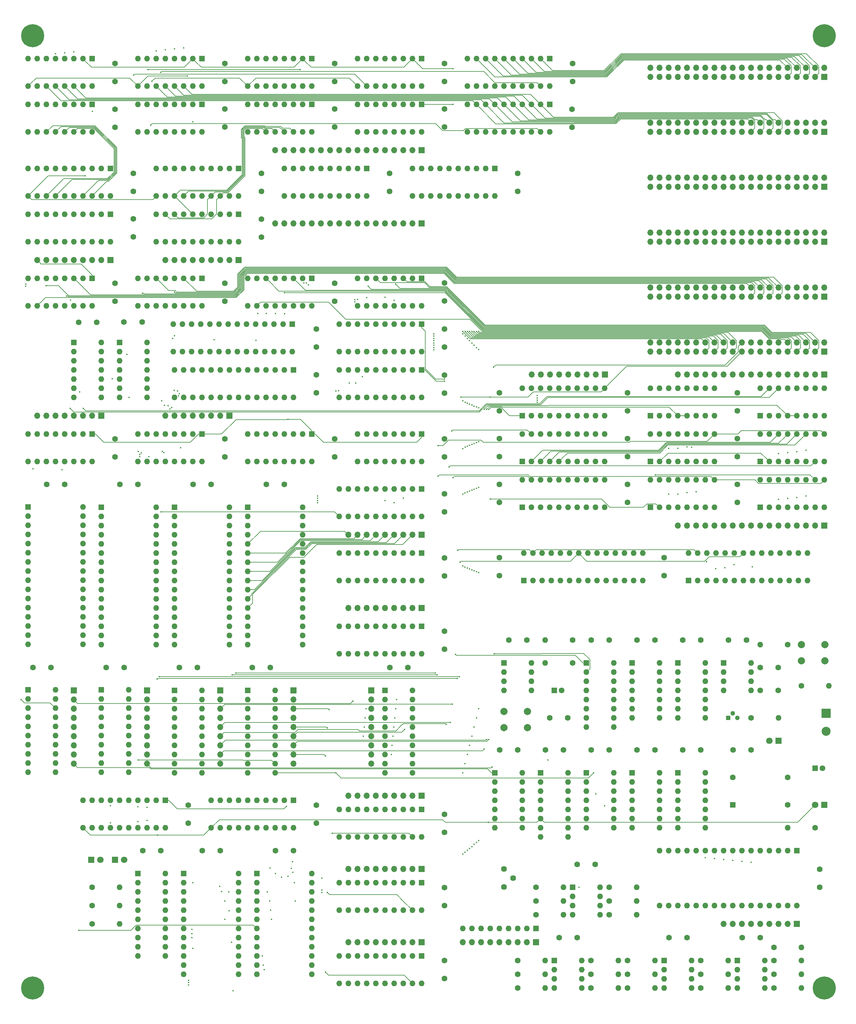
<source format=gbr>
G04 #@! TF.GenerationSoftware,KiCad,Pcbnew,(5.1.0-0)*
G04 #@! TF.CreationDate,2019-10-26T12:31:13-07:00*
G04 #@! TF.ProjectId,MainBoard,4d61696e-426f-4617-9264-2e6b69636164,rev?*
G04 #@! TF.SameCoordinates,Original*
G04 #@! TF.FileFunction,Copper,L3,Inr*
G04 #@! TF.FilePolarity,Positive*
%FSLAX46Y46*%
G04 Gerber Fmt 4.6, Leading zero omitted, Abs format (unit mm)*
G04 Created by KiCad (PCBNEW (5.1.0-0)) date 2019-10-26 12:31:13*
%MOMM*%
%LPD*%
G04 APERTURE LIST*
%ADD10O,1.600000X1.600000*%
%ADD11C,1.600000*%
%ADD12R,1.600000X1.600000*%
%ADD13O,1.700000X1.700000*%
%ADD14R,1.700000X1.700000*%
%ADD15C,2.500000*%
%ADD16R,2.500000X2.500000*%
%ADD17C,6.400000*%
%ADD18R,1.300000X1.300000*%
%ADD19C,1.300000*%
%ADD20C,2.000000*%
%ADD21C,1.620000*%
%ADD22C,1.800000*%
%ADD23R,1.800000X1.800000*%
%ADD24C,0.450000*%
%ADD25C,0.127000*%
G04 APERTURE END LIST*
D10*
X389890000Y-330327000D03*
D11*
X382270000Y-330327000D03*
D10*
X304800000Y-121920000D03*
X281940000Y-114300000D03*
X302260000Y-121920000D03*
X284480000Y-114300000D03*
X299720000Y-121920000D03*
X287020000Y-114300000D03*
X297180000Y-121920000D03*
X289560000Y-114300000D03*
X294640000Y-121920000D03*
X292100000Y-114300000D03*
X292100000Y-121920000D03*
X294640000Y-114300000D03*
X289560000Y-121920000D03*
X297180000Y-114300000D03*
X287020000Y-121920000D03*
X299720000Y-114300000D03*
X284480000Y-121920000D03*
X302260000Y-114300000D03*
X281940000Y-121920000D03*
D12*
X304800000Y-114300000D03*
D10*
X269240000Y-121920000D03*
X246380000Y-114300000D03*
X266700000Y-121920000D03*
X248920000Y-114300000D03*
X264160000Y-121920000D03*
X251460000Y-114300000D03*
X261620000Y-121920000D03*
X254000000Y-114300000D03*
X259080000Y-121920000D03*
X256540000Y-114300000D03*
X256540000Y-121920000D03*
X259080000Y-114300000D03*
X254000000Y-121920000D03*
X261620000Y-114300000D03*
X251460000Y-121920000D03*
X264160000Y-114300000D03*
X248920000Y-121920000D03*
X266700000Y-114300000D03*
X246380000Y-121920000D03*
D12*
X269240000Y-114300000D03*
D10*
X233680000Y-121920000D03*
X210820000Y-114300000D03*
X231140000Y-121920000D03*
X213360000Y-114300000D03*
X228600000Y-121920000D03*
X215900000Y-114300000D03*
X226060000Y-121920000D03*
X218440000Y-114300000D03*
X223520000Y-121920000D03*
X220980000Y-114300000D03*
X220980000Y-121920000D03*
X223520000Y-114300000D03*
X218440000Y-121920000D03*
X226060000Y-114300000D03*
X215900000Y-121920000D03*
X228600000Y-114300000D03*
X213360000Y-121920000D03*
X231140000Y-114300000D03*
X210820000Y-121920000D03*
D12*
X233680000Y-114300000D03*
D10*
X198120000Y-121920000D03*
X175260000Y-114300000D03*
X195580000Y-121920000D03*
X177800000Y-114300000D03*
X193040000Y-121920000D03*
X180340000Y-114300000D03*
X190500000Y-121920000D03*
X182880000Y-114300000D03*
X187960000Y-121920000D03*
X185420000Y-114300000D03*
X185420000Y-121920000D03*
X187960000Y-114300000D03*
X182880000Y-121920000D03*
X190500000Y-114300000D03*
X180340000Y-121920000D03*
X193040000Y-114300000D03*
X177800000Y-121920000D03*
X195580000Y-114300000D03*
X175260000Y-121920000D03*
D12*
X198120000Y-114300000D03*
D13*
X243840000Y-129540000D03*
X246380000Y-129540000D03*
X248920000Y-129540000D03*
X251460000Y-129540000D03*
X254000000Y-129540000D03*
X256540000Y-129540000D03*
X259080000Y-129540000D03*
X261620000Y-129540000D03*
X264160000Y-129540000D03*
X266700000Y-129540000D03*
X269240000Y-129540000D03*
X271780000Y-129540000D03*
X274320000Y-129540000D03*
X276860000Y-129540000D03*
X279400000Y-129540000D03*
X281940000Y-129540000D03*
D14*
X284480000Y-129540000D03*
D11*
X311150000Y-115650000D03*
X311150000Y-120650000D03*
X275590000Y-115650000D03*
X275590000Y-120650000D03*
X240030000Y-115650000D03*
X240030000Y-120650000D03*
X204470000Y-115650000D03*
X204470000Y-120650000D03*
D10*
X358540000Y-220980000D03*
X391560000Y-228600000D03*
X361080000Y-220980000D03*
X389020000Y-228600000D03*
X363620000Y-220980000D03*
X386480000Y-228600000D03*
X366160000Y-220980000D03*
X383940000Y-228600000D03*
X368700000Y-220980000D03*
X381400000Y-228600000D03*
X371240000Y-220980000D03*
X378860000Y-228600000D03*
X373780000Y-220980000D03*
X376320000Y-228600000D03*
X376320000Y-220980000D03*
X373780000Y-228600000D03*
X378860000Y-220980000D03*
X371240000Y-228600000D03*
X381400000Y-220980000D03*
X368700000Y-228600000D03*
X383940000Y-220980000D03*
X366160000Y-228600000D03*
X386480000Y-220980000D03*
X363620000Y-228600000D03*
X389020000Y-220980000D03*
X361080000Y-228600000D03*
X391560000Y-220980000D03*
D12*
X358540000Y-228600000D03*
D10*
X312820000Y-220980000D03*
X345840000Y-228600000D03*
X315360000Y-220980000D03*
X343300000Y-228600000D03*
X317900000Y-220980000D03*
X340760000Y-228600000D03*
X320440000Y-220980000D03*
X338220000Y-228600000D03*
X322980000Y-220980000D03*
X335680000Y-228600000D03*
X325520000Y-220980000D03*
X333140000Y-228600000D03*
X328060000Y-220980000D03*
X330600000Y-228600000D03*
X330600000Y-220980000D03*
X328060000Y-228600000D03*
X333140000Y-220980000D03*
X325520000Y-228600000D03*
X335680000Y-220980000D03*
X322980000Y-228600000D03*
X338220000Y-220980000D03*
X320440000Y-228600000D03*
X340760000Y-220980000D03*
X317900000Y-228600000D03*
X343300000Y-220980000D03*
X315360000Y-228600000D03*
X345840000Y-220980000D03*
D12*
X312820000Y-228600000D03*
D13*
X347980000Y-86360000D03*
X347980000Y-88900000D03*
X350520000Y-86360000D03*
X350520000Y-88900000D03*
X353060000Y-86360000D03*
X353060000Y-88900000D03*
X355600000Y-86360000D03*
X355600000Y-88900000D03*
X358140000Y-86360000D03*
X358140000Y-88900000D03*
X360680000Y-86360000D03*
X360680000Y-88900000D03*
X363220000Y-86360000D03*
X363220000Y-88900000D03*
X365760000Y-86360000D03*
X365760000Y-88900000D03*
X368300000Y-86360000D03*
X368300000Y-88900000D03*
X370840000Y-86360000D03*
X370840000Y-88900000D03*
X373380000Y-86360000D03*
X373380000Y-88900000D03*
X375920000Y-86360000D03*
X375920000Y-88900000D03*
X378460000Y-86360000D03*
X378460000Y-88900000D03*
X381000000Y-86360000D03*
X381000000Y-88900000D03*
X383540000Y-86360000D03*
X383540000Y-88900000D03*
X386080000Y-86360000D03*
X386080000Y-88900000D03*
X388620000Y-86360000D03*
X388620000Y-88900000D03*
X391160000Y-86360000D03*
X391160000Y-88900000D03*
X393700000Y-86360000D03*
X393700000Y-88900000D03*
X396240000Y-86360000D03*
D14*
X396240000Y-88900000D03*
D11*
X351790000Y-227250000D03*
X351790000Y-222250000D03*
X306070000Y-227250000D03*
X306070000Y-222250000D03*
D13*
X355600000Y-171450000D03*
X358140000Y-171450000D03*
X360680000Y-171450000D03*
X363220000Y-171450000D03*
X365760000Y-171450000D03*
X368300000Y-171450000D03*
X370840000Y-171450000D03*
X373380000Y-171450000D03*
X375920000Y-171450000D03*
X378460000Y-171450000D03*
X381000000Y-171450000D03*
X383540000Y-171450000D03*
X386080000Y-171450000D03*
X388620000Y-171450000D03*
X391160000Y-171450000D03*
X393700000Y-171450000D03*
D14*
X396240000Y-171450000D03*
D10*
X347980000Y-200660000D03*
X365760000Y-208280000D03*
X350520000Y-200660000D03*
X363220000Y-208280000D03*
X353060000Y-200660000D03*
X360680000Y-208280000D03*
X355600000Y-200660000D03*
X358140000Y-208280000D03*
X358140000Y-200660000D03*
X355600000Y-208280000D03*
X360680000Y-200660000D03*
X353060000Y-208280000D03*
X363220000Y-200660000D03*
X350520000Y-208280000D03*
X365760000Y-200660000D03*
D12*
X347980000Y-208280000D03*
D10*
X378460000Y-200660000D03*
X396240000Y-208280000D03*
X381000000Y-200660000D03*
X393700000Y-208280000D03*
X383540000Y-200660000D03*
X391160000Y-208280000D03*
X386080000Y-200660000D03*
X388620000Y-208280000D03*
X388620000Y-200660000D03*
X386080000Y-208280000D03*
X391160000Y-200660000D03*
X383540000Y-208280000D03*
X393700000Y-200660000D03*
X381000000Y-208280000D03*
X396240000Y-200660000D03*
D12*
X378460000Y-208280000D03*
D10*
X312420000Y-187960000D03*
X335280000Y-195580000D03*
X314960000Y-187960000D03*
X332740000Y-195580000D03*
X317500000Y-187960000D03*
X330200000Y-195580000D03*
X320040000Y-187960000D03*
X327660000Y-195580000D03*
X322580000Y-187960000D03*
X325120000Y-195580000D03*
X325120000Y-187960000D03*
X322580000Y-195580000D03*
X327660000Y-187960000D03*
X320040000Y-195580000D03*
X330200000Y-187960000D03*
X317500000Y-195580000D03*
X332740000Y-187960000D03*
X314960000Y-195580000D03*
X335280000Y-187960000D03*
D12*
X312420000Y-195580000D03*
D10*
X347980000Y-187960000D03*
X365760000Y-195580000D03*
X350520000Y-187960000D03*
X363220000Y-195580000D03*
X353060000Y-187960000D03*
X360680000Y-195580000D03*
X355600000Y-187960000D03*
X358140000Y-195580000D03*
X358140000Y-187960000D03*
X355600000Y-195580000D03*
X360680000Y-187960000D03*
X353060000Y-195580000D03*
X363220000Y-187960000D03*
X350520000Y-195580000D03*
X365760000Y-187960000D03*
D12*
X347980000Y-195580000D03*
D10*
X312420000Y-200660000D03*
X335280000Y-208280000D03*
X314960000Y-200660000D03*
X332740000Y-208280000D03*
X317500000Y-200660000D03*
X330200000Y-208280000D03*
X320040000Y-200660000D03*
X327660000Y-208280000D03*
X322580000Y-200660000D03*
X325120000Y-208280000D03*
X325120000Y-200660000D03*
X322580000Y-208280000D03*
X327660000Y-200660000D03*
X320040000Y-208280000D03*
X330200000Y-200660000D03*
X317500000Y-208280000D03*
X332740000Y-200660000D03*
X314960000Y-208280000D03*
X335280000Y-200660000D03*
D12*
X312420000Y-208280000D03*
D10*
X378460000Y-187960000D03*
X396240000Y-195580000D03*
X381000000Y-187960000D03*
X393700000Y-195580000D03*
X383540000Y-187960000D03*
X391160000Y-195580000D03*
X386080000Y-187960000D03*
X388620000Y-195580000D03*
X388620000Y-187960000D03*
X386080000Y-195580000D03*
X391160000Y-187960000D03*
X383540000Y-195580000D03*
X393700000Y-187960000D03*
X381000000Y-195580000D03*
X396240000Y-187960000D03*
D12*
X378460000Y-195580000D03*
D13*
X355600000Y-213360000D03*
X358140000Y-213360000D03*
X360680000Y-213360000D03*
X363220000Y-213360000D03*
X365760000Y-213360000D03*
X368300000Y-213360000D03*
X370840000Y-213360000D03*
X373380000Y-213360000D03*
X375920000Y-213360000D03*
X378460000Y-213360000D03*
X381000000Y-213360000D03*
X383540000Y-213360000D03*
X386080000Y-213360000D03*
X388620000Y-213360000D03*
X391160000Y-213360000D03*
X393700000Y-213360000D03*
D14*
X396240000Y-213360000D03*
D11*
X306070000Y-206930000D03*
X306070000Y-201930000D03*
X372110000Y-206930000D03*
X372110000Y-201930000D03*
X341630000Y-206930000D03*
X341630000Y-201930000D03*
X372110000Y-194230000D03*
X372110000Y-189230000D03*
X341630000Y-194230000D03*
X341630000Y-189230000D03*
X306070000Y-194230000D03*
X306070000Y-189230000D03*
D10*
X193040000Y-91440000D03*
X175260000Y-83820000D03*
X190500000Y-91440000D03*
X177800000Y-83820000D03*
X187960000Y-91440000D03*
X180340000Y-83820000D03*
X185420000Y-91440000D03*
X182880000Y-83820000D03*
X182880000Y-91440000D03*
X185420000Y-83820000D03*
X180340000Y-91440000D03*
X187960000Y-83820000D03*
X177800000Y-91440000D03*
X190500000Y-83820000D03*
X175260000Y-91440000D03*
D12*
X193040000Y-83820000D03*
D10*
X223520000Y-91440000D03*
X205740000Y-83820000D03*
X220980000Y-91440000D03*
X208280000Y-83820000D03*
X218440000Y-91440000D03*
X210820000Y-83820000D03*
X215900000Y-91440000D03*
X213360000Y-83820000D03*
X213360000Y-91440000D03*
X215900000Y-83820000D03*
X210820000Y-91440000D03*
X218440000Y-83820000D03*
X208280000Y-91440000D03*
X220980000Y-83820000D03*
X205740000Y-91440000D03*
D12*
X223520000Y-83820000D03*
D10*
X320040000Y-91440000D03*
X297180000Y-83820000D03*
X317500000Y-91440000D03*
X299720000Y-83820000D03*
X314960000Y-91440000D03*
X302260000Y-83820000D03*
X312420000Y-91440000D03*
X304800000Y-83820000D03*
X309880000Y-91440000D03*
X307340000Y-83820000D03*
X307340000Y-91440000D03*
X309880000Y-83820000D03*
X304800000Y-91440000D03*
X312420000Y-83820000D03*
X302260000Y-91440000D03*
X314960000Y-83820000D03*
X299720000Y-91440000D03*
X317500000Y-83820000D03*
X297180000Y-91440000D03*
D12*
X320040000Y-83820000D03*
D10*
X254000000Y-91440000D03*
X236220000Y-83820000D03*
X251460000Y-91440000D03*
X238760000Y-83820000D03*
X248920000Y-91440000D03*
X241300000Y-83820000D03*
X246380000Y-91440000D03*
X243840000Y-83820000D03*
X243840000Y-91440000D03*
X246380000Y-83820000D03*
X241300000Y-91440000D03*
X248920000Y-83820000D03*
X238760000Y-91440000D03*
X251460000Y-83820000D03*
X236220000Y-91440000D03*
D12*
X254000000Y-83820000D03*
D10*
X320040000Y-104140000D03*
X297180000Y-96520000D03*
X317500000Y-104140000D03*
X299720000Y-96520000D03*
X314960000Y-104140000D03*
X302260000Y-96520000D03*
X312420000Y-104140000D03*
X304800000Y-96520000D03*
X309880000Y-104140000D03*
X307340000Y-96520000D03*
X307340000Y-104140000D03*
X309880000Y-96520000D03*
X304800000Y-104140000D03*
X312420000Y-96520000D03*
X302260000Y-104140000D03*
X314960000Y-96520000D03*
X299720000Y-104140000D03*
X317500000Y-96520000D03*
X297180000Y-104140000D03*
D12*
X320040000Y-96520000D03*
D10*
X284480000Y-91440000D03*
X266700000Y-83820000D03*
X281940000Y-91440000D03*
X269240000Y-83820000D03*
X279400000Y-91440000D03*
X271780000Y-83820000D03*
X276860000Y-91440000D03*
X274320000Y-83820000D03*
X274320000Y-91440000D03*
X276860000Y-83820000D03*
X271780000Y-91440000D03*
X279400000Y-83820000D03*
X269240000Y-91440000D03*
X281940000Y-83820000D03*
X266700000Y-91440000D03*
D12*
X284480000Y-83820000D03*
D11*
X326390000Y-85170000D03*
X326390000Y-90170000D03*
X326263000Y-97870000D03*
X326263000Y-102870000D03*
X275670000Y-252730000D03*
X280670000Y-252730000D03*
D13*
X264160000Y-236220000D03*
X266700000Y-236220000D03*
X269240000Y-236220000D03*
X271780000Y-236220000D03*
X274320000Y-236220000D03*
X276860000Y-236220000D03*
X279400000Y-236220000D03*
X281940000Y-236220000D03*
D14*
X284480000Y-236220000D03*
D13*
X264160000Y-215900000D03*
X266700000Y-215900000D03*
X269240000Y-215900000D03*
X271780000Y-215900000D03*
X274320000Y-215900000D03*
X276860000Y-215900000D03*
X279400000Y-215900000D03*
X281940000Y-215900000D03*
D14*
X284480000Y-215900000D03*
D10*
X233680000Y-309880000D03*
X218440000Y-337820000D03*
X233680000Y-312420000D03*
X218440000Y-335280000D03*
X233680000Y-314960000D03*
X218440000Y-332740000D03*
X233680000Y-317500000D03*
X218440000Y-330200000D03*
X233680000Y-320040000D03*
X218440000Y-327660000D03*
X233680000Y-322580000D03*
X218440000Y-325120000D03*
X233680000Y-325120000D03*
X218440000Y-322580000D03*
X233680000Y-327660000D03*
X218440000Y-320040000D03*
X233680000Y-330200000D03*
X218440000Y-317500000D03*
X233680000Y-332740000D03*
X218440000Y-314960000D03*
X233680000Y-335280000D03*
X218440000Y-312420000D03*
X233680000Y-337820000D03*
D12*
X218440000Y-309880000D03*
D10*
X254000000Y-309880000D03*
X238760000Y-337820000D03*
X254000000Y-312420000D03*
X238760000Y-335280000D03*
X254000000Y-314960000D03*
X238760000Y-332740000D03*
X254000000Y-317500000D03*
X238760000Y-330200000D03*
X254000000Y-320040000D03*
X238760000Y-327660000D03*
X254000000Y-322580000D03*
X238760000Y-325120000D03*
X254000000Y-325120000D03*
X238760000Y-322580000D03*
X254000000Y-327660000D03*
X238760000Y-320040000D03*
X254000000Y-330200000D03*
X238760000Y-317500000D03*
X254000000Y-332740000D03*
X238760000Y-314960000D03*
X254000000Y-335280000D03*
X238760000Y-312420000D03*
X254000000Y-337820000D03*
D12*
X238760000Y-309880000D03*
D10*
X284480000Y-340360000D03*
X261620000Y-332740000D03*
X281940000Y-340360000D03*
X264160000Y-332740000D03*
X279400000Y-340360000D03*
X266700000Y-332740000D03*
X276860000Y-340360000D03*
X269240000Y-332740000D03*
X274320000Y-340360000D03*
X271780000Y-332740000D03*
X271780000Y-340360000D03*
X274320000Y-332740000D03*
X269240000Y-340360000D03*
X276860000Y-332740000D03*
X266700000Y-340360000D03*
X279400000Y-332740000D03*
X264160000Y-340360000D03*
X281940000Y-332740000D03*
X261620000Y-340360000D03*
D12*
X284480000Y-332740000D03*
D10*
X284480000Y-320040000D03*
X261620000Y-312420000D03*
X281940000Y-320040000D03*
X264160000Y-312420000D03*
X279400000Y-320040000D03*
X266700000Y-312420000D03*
X276860000Y-320040000D03*
X269240000Y-312420000D03*
X274320000Y-320040000D03*
X271780000Y-312420000D03*
X271780000Y-320040000D03*
X274320000Y-312420000D03*
X269240000Y-320040000D03*
X276860000Y-312420000D03*
X266700000Y-320040000D03*
X279400000Y-312420000D03*
X264160000Y-320040000D03*
X281940000Y-312420000D03*
X261620000Y-320040000D03*
D12*
X284480000Y-312420000D03*
D10*
X284480000Y-299720000D03*
X261620000Y-292100000D03*
X281940000Y-299720000D03*
X264160000Y-292100000D03*
X279400000Y-299720000D03*
X266700000Y-292100000D03*
X276860000Y-299720000D03*
X269240000Y-292100000D03*
X274320000Y-299720000D03*
X271780000Y-292100000D03*
X271780000Y-299720000D03*
X274320000Y-292100000D03*
X269240000Y-299720000D03*
X276860000Y-292100000D03*
X266700000Y-299720000D03*
X279400000Y-292100000D03*
X264160000Y-299720000D03*
X281940000Y-292100000D03*
X261620000Y-299720000D03*
D12*
X284480000Y-292100000D03*
D10*
X281940000Y-259080000D03*
X274320000Y-281940000D03*
X281940000Y-261620000D03*
X274320000Y-279400000D03*
X281940000Y-264160000D03*
X274320000Y-276860000D03*
X281940000Y-266700000D03*
X274320000Y-274320000D03*
X281940000Y-269240000D03*
X274320000Y-271780000D03*
X281940000Y-271780000D03*
X274320000Y-269240000D03*
X281940000Y-274320000D03*
X274320000Y-266700000D03*
X281940000Y-276860000D03*
X274320000Y-264160000D03*
X281940000Y-279400000D03*
X274320000Y-261620000D03*
X281940000Y-281940000D03*
D12*
X274320000Y-259080000D03*
D10*
X284480000Y-165100000D03*
X261620000Y-157480000D03*
X281940000Y-165100000D03*
X264160000Y-157480000D03*
X279400000Y-165100000D03*
X266700000Y-157480000D03*
X276860000Y-165100000D03*
X269240000Y-157480000D03*
X274320000Y-165100000D03*
X271780000Y-157480000D03*
X271780000Y-165100000D03*
X274320000Y-157480000D03*
X269240000Y-165100000D03*
X276860000Y-157480000D03*
X266700000Y-165100000D03*
X279400000Y-157480000D03*
X264160000Y-165100000D03*
X281940000Y-157480000D03*
X261620000Y-165100000D03*
D12*
X284480000Y-157480000D03*
D10*
X284480000Y-177800000D03*
X261620000Y-170180000D03*
X281940000Y-177800000D03*
X264160000Y-170180000D03*
X279400000Y-177800000D03*
X266700000Y-170180000D03*
X276860000Y-177800000D03*
X269240000Y-170180000D03*
X274320000Y-177800000D03*
X271780000Y-170180000D03*
X271780000Y-177800000D03*
X274320000Y-170180000D03*
X269240000Y-177800000D03*
X276860000Y-170180000D03*
X266700000Y-177800000D03*
X279400000Y-170180000D03*
X264160000Y-177800000D03*
X281940000Y-170180000D03*
X261620000Y-177800000D03*
D12*
X284480000Y-170180000D03*
D10*
X248615800Y-165100000D03*
X215595800Y-157480000D03*
X246075800Y-165100000D03*
X218135800Y-157480000D03*
X243535800Y-165100000D03*
X220675800Y-157480000D03*
X240995800Y-165100000D03*
X223215800Y-157480000D03*
X238455800Y-165100000D03*
X225755800Y-157480000D03*
X235915800Y-165100000D03*
X228295800Y-157480000D03*
X233375800Y-165100000D03*
X230835800Y-157480000D03*
X230835800Y-165100000D03*
X233375800Y-157480000D03*
X228295800Y-165100000D03*
X235915800Y-157480000D03*
X225755800Y-165100000D03*
X238455800Y-157480000D03*
X223215800Y-165100000D03*
X240995800Y-157480000D03*
X220675800Y-165100000D03*
X243535800Y-157480000D03*
X218135800Y-165100000D03*
X246075800Y-157480000D03*
X215595800Y-165100000D03*
D12*
X248615800Y-157480000D03*
D10*
X248920000Y-177800000D03*
X215900000Y-170180000D03*
X246380000Y-177800000D03*
X218440000Y-170180000D03*
X243840000Y-177800000D03*
X220980000Y-170180000D03*
X241300000Y-177800000D03*
X223520000Y-170180000D03*
X238760000Y-177800000D03*
X226060000Y-170180000D03*
X236220000Y-177800000D03*
X228600000Y-170180000D03*
X233680000Y-177800000D03*
X231140000Y-170180000D03*
X231140000Y-177800000D03*
X233680000Y-170180000D03*
X228600000Y-177800000D03*
X236220000Y-170180000D03*
X226060000Y-177800000D03*
X238760000Y-170180000D03*
X223520000Y-177800000D03*
X241300000Y-170180000D03*
X220980000Y-177800000D03*
X243840000Y-170180000D03*
X218440000Y-177800000D03*
X246380000Y-170180000D03*
X215900000Y-177800000D03*
D12*
X248920000Y-170180000D03*
D13*
X248920000Y-279400000D03*
X248920000Y-276860000D03*
X248920000Y-274320000D03*
X248920000Y-271780000D03*
X248920000Y-269240000D03*
X248920000Y-266700000D03*
X248920000Y-264160000D03*
X248920000Y-261620000D03*
D14*
X248920000Y-259080000D03*
D13*
X228600000Y-279400000D03*
X228600000Y-276860000D03*
X228600000Y-274320000D03*
X228600000Y-271780000D03*
X228600000Y-269240000D03*
X228600000Y-266700000D03*
X228600000Y-264160000D03*
X228600000Y-261620000D03*
D14*
X228600000Y-259080000D03*
D13*
X208280000Y-279400000D03*
X208280000Y-276860000D03*
X208280000Y-274320000D03*
X208280000Y-271780000D03*
X208280000Y-269240000D03*
X208280000Y-266700000D03*
X208280000Y-264160000D03*
X208280000Y-261620000D03*
D14*
X208280000Y-259080000D03*
D13*
X187960000Y-279400000D03*
X187960000Y-276860000D03*
X187960000Y-274320000D03*
X187960000Y-271780000D03*
X187960000Y-269240000D03*
X187960000Y-266700000D03*
X187960000Y-264160000D03*
X187960000Y-261620000D03*
D14*
X187960000Y-259080000D03*
D10*
X203200000Y-258922000D03*
X195580000Y-281782000D03*
X203200000Y-261462000D03*
X195580000Y-279242000D03*
X203200000Y-264002000D03*
X195580000Y-276702000D03*
X203200000Y-266542000D03*
X195580000Y-274162000D03*
X203200000Y-269082000D03*
X195580000Y-271622000D03*
X203200000Y-271622000D03*
X195580000Y-269082000D03*
X203200000Y-274162000D03*
X195580000Y-266542000D03*
X203200000Y-276702000D03*
X195580000Y-264002000D03*
X203200000Y-279242000D03*
X195580000Y-261462000D03*
X203200000Y-281782000D03*
D12*
X195580000Y-258922000D03*
D10*
X182880000Y-258922000D03*
X175260000Y-281782000D03*
X182880000Y-261462000D03*
X175260000Y-279242000D03*
X182880000Y-264002000D03*
X175260000Y-276702000D03*
X182880000Y-266542000D03*
X175260000Y-274162000D03*
X182880000Y-269082000D03*
X175260000Y-271622000D03*
X182880000Y-271622000D03*
X175260000Y-269082000D03*
X182880000Y-274162000D03*
X175260000Y-266542000D03*
X182880000Y-276702000D03*
X175260000Y-264002000D03*
X182880000Y-279242000D03*
X175260000Y-261462000D03*
X182880000Y-281782000D03*
D12*
X175260000Y-258922000D03*
D10*
X210820000Y-208280000D03*
X195580000Y-246380000D03*
X210820000Y-210820000D03*
X195580000Y-243840000D03*
X210820000Y-213360000D03*
X195580000Y-241300000D03*
X210820000Y-215900000D03*
X195580000Y-238760000D03*
X210820000Y-218440000D03*
X195580000Y-236220000D03*
X210820000Y-220980000D03*
X195580000Y-233680000D03*
X210820000Y-223520000D03*
X195580000Y-231140000D03*
X210820000Y-226060000D03*
X195580000Y-228600000D03*
X210820000Y-228600000D03*
X195580000Y-226060000D03*
X210820000Y-231140000D03*
X195580000Y-223520000D03*
X210820000Y-233680000D03*
X195580000Y-220980000D03*
X210820000Y-236220000D03*
X195580000Y-218440000D03*
X210820000Y-238760000D03*
X195580000Y-215900000D03*
X210820000Y-241300000D03*
X195580000Y-213360000D03*
X210820000Y-243840000D03*
X195580000Y-210820000D03*
X210820000Y-246380000D03*
D12*
X195580000Y-208280000D03*
D10*
X190500000Y-208172000D03*
X175260000Y-246272000D03*
X190500000Y-210712000D03*
X175260000Y-243732000D03*
X190500000Y-213252000D03*
X175260000Y-241192000D03*
X190500000Y-215792000D03*
X175260000Y-238652000D03*
X190500000Y-218332000D03*
X175260000Y-236112000D03*
X190500000Y-220872000D03*
X175260000Y-233572000D03*
X190500000Y-223412000D03*
X175260000Y-231032000D03*
X190500000Y-225952000D03*
X175260000Y-228492000D03*
X190500000Y-228492000D03*
X175260000Y-225952000D03*
X190500000Y-231032000D03*
X175260000Y-223412000D03*
X190500000Y-233572000D03*
X175260000Y-220872000D03*
X190500000Y-236112000D03*
X175260000Y-218332000D03*
X190500000Y-238652000D03*
X175260000Y-215792000D03*
X190500000Y-241192000D03*
X175260000Y-213252000D03*
X190500000Y-243732000D03*
X175260000Y-210712000D03*
X190500000Y-246272000D03*
D12*
X175260000Y-208172000D03*
D11*
X180420000Y-201930000D03*
X185420000Y-201930000D03*
X196930000Y-252730000D03*
X201930000Y-252730000D03*
X176610000Y-252730000D03*
X181610000Y-252730000D03*
X200740000Y-201930000D03*
X205740000Y-201930000D03*
D10*
X378460000Y-175260000D03*
X396240000Y-182880000D03*
X381000000Y-175260000D03*
X393700000Y-182880000D03*
X383540000Y-175260000D03*
X391160000Y-182880000D03*
X386080000Y-175260000D03*
X388620000Y-182880000D03*
X388620000Y-175260000D03*
X386080000Y-182880000D03*
X391160000Y-175260000D03*
X383540000Y-182880000D03*
X393700000Y-175260000D03*
X381000000Y-182880000D03*
X396240000Y-175260000D03*
D12*
X378460000Y-182880000D03*
D15*
X396748000Y-270430000D03*
D16*
X396748000Y-265430000D03*
D17*
X396240000Y-341630000D03*
X396240000Y-77470000D03*
X176530000Y-341630000D03*
X176530000Y-77470000D03*
D10*
X208280000Y-162560000D03*
X200660000Y-177800000D03*
X208280000Y-165100000D03*
X200660000Y-175260000D03*
X208280000Y-167640000D03*
X200660000Y-172720000D03*
X208280000Y-170180000D03*
X200660000Y-170180000D03*
X208280000Y-172720000D03*
X200660000Y-167640000D03*
X208280000Y-175260000D03*
X200660000Y-165100000D03*
X208280000Y-177800000D03*
D12*
X200660000Y-162560000D03*
D10*
X195580000Y-162560000D03*
X187960000Y-177800000D03*
X195580000Y-165100000D03*
X187960000Y-175260000D03*
X195580000Y-167640000D03*
X187960000Y-172720000D03*
X195580000Y-170180000D03*
X187960000Y-170180000D03*
X195580000Y-172720000D03*
X187960000Y-167640000D03*
X195580000Y-175260000D03*
X187960000Y-165100000D03*
X195580000Y-177800000D03*
D12*
X187960000Y-162560000D03*
D11*
X290830000Y-158830000D03*
X290830000Y-163830000D03*
X372110000Y-181530000D03*
X372110000Y-176530000D03*
D13*
X347980000Y-116840000D03*
X347980000Y-119380000D03*
X350520000Y-116840000D03*
X350520000Y-119380000D03*
X353060000Y-116840000D03*
X353060000Y-119380000D03*
X355600000Y-116840000D03*
X355600000Y-119380000D03*
X358140000Y-116840000D03*
X358140000Y-119380000D03*
X360680000Y-116840000D03*
X360680000Y-119380000D03*
X363220000Y-116840000D03*
X363220000Y-119380000D03*
X365760000Y-116840000D03*
X365760000Y-119380000D03*
X368300000Y-116840000D03*
X368300000Y-119380000D03*
X370840000Y-116840000D03*
X370840000Y-119380000D03*
X373380000Y-116840000D03*
X373380000Y-119380000D03*
X375920000Y-116840000D03*
X375920000Y-119380000D03*
X378460000Y-116840000D03*
X378460000Y-119380000D03*
X381000000Y-116840000D03*
X381000000Y-119380000D03*
X383540000Y-116840000D03*
X383540000Y-119380000D03*
X386080000Y-116840000D03*
X386080000Y-119380000D03*
X388620000Y-116840000D03*
X388620000Y-119380000D03*
X391160000Y-116840000D03*
X391160000Y-119380000D03*
X393700000Y-116840000D03*
X393700000Y-119380000D03*
X396240000Y-116840000D03*
D14*
X396240000Y-119380000D03*
D13*
X347980000Y-147320000D03*
X347980000Y-149860000D03*
X350520000Y-147320000D03*
X350520000Y-149860000D03*
X353060000Y-147320000D03*
X353060000Y-149860000D03*
X355600000Y-147320000D03*
X355600000Y-149860000D03*
X358140000Y-147320000D03*
X358140000Y-149860000D03*
X360680000Y-147320000D03*
X360680000Y-149860000D03*
X363220000Y-147320000D03*
X363220000Y-149860000D03*
X365760000Y-147320000D03*
X365760000Y-149860000D03*
X368300000Y-147320000D03*
X368300000Y-149860000D03*
X370840000Y-147320000D03*
X370840000Y-149860000D03*
X373380000Y-147320000D03*
X373380000Y-149860000D03*
X375920000Y-147320000D03*
X375920000Y-149860000D03*
X378460000Y-147320000D03*
X378460000Y-149860000D03*
X381000000Y-147320000D03*
X381000000Y-149860000D03*
X383540000Y-147320000D03*
X383540000Y-149860000D03*
X386080000Y-147320000D03*
X386080000Y-149860000D03*
X388620000Y-147320000D03*
X388620000Y-149860000D03*
X391160000Y-147320000D03*
X391160000Y-149860000D03*
X393700000Y-147320000D03*
X393700000Y-149860000D03*
X396240000Y-147320000D03*
D14*
X396240000Y-149860000D03*
D13*
X347980000Y-162560000D03*
X347980000Y-165100000D03*
X350520000Y-162560000D03*
X350520000Y-165100000D03*
X353060000Y-162560000D03*
X353060000Y-165100000D03*
X355600000Y-162560000D03*
X355600000Y-165100000D03*
X358140000Y-162560000D03*
X358140000Y-165100000D03*
X360680000Y-162560000D03*
X360680000Y-165100000D03*
X363220000Y-162560000D03*
X363220000Y-165100000D03*
X365760000Y-162560000D03*
X365760000Y-165100000D03*
X368300000Y-162560000D03*
X368300000Y-165100000D03*
X370840000Y-162560000D03*
X370840000Y-165100000D03*
X373380000Y-162560000D03*
X373380000Y-165100000D03*
X375920000Y-162560000D03*
X375920000Y-165100000D03*
X378460000Y-162560000D03*
X378460000Y-165100000D03*
X381000000Y-162560000D03*
X381000000Y-165100000D03*
X383540000Y-162560000D03*
X383540000Y-165100000D03*
X386080000Y-162560000D03*
X386080000Y-165100000D03*
X388620000Y-162560000D03*
X388620000Y-165100000D03*
X391160000Y-162560000D03*
X391160000Y-165100000D03*
X393700000Y-162560000D03*
X393700000Y-165100000D03*
X396240000Y-162560000D03*
D14*
X396240000Y-165100000D03*
D13*
X347980000Y-132080000D03*
X347980000Y-134620000D03*
X350520000Y-132080000D03*
X350520000Y-134620000D03*
X353060000Y-132080000D03*
X353060000Y-134620000D03*
X355600000Y-132080000D03*
X355600000Y-134620000D03*
X358140000Y-132080000D03*
X358140000Y-134620000D03*
X360680000Y-132080000D03*
X360680000Y-134620000D03*
X363220000Y-132080000D03*
X363220000Y-134620000D03*
X365760000Y-132080000D03*
X365760000Y-134620000D03*
X368300000Y-132080000D03*
X368300000Y-134620000D03*
X370840000Y-132080000D03*
X370840000Y-134620000D03*
X373380000Y-132080000D03*
X373380000Y-134620000D03*
X375920000Y-132080000D03*
X375920000Y-134620000D03*
X378460000Y-132080000D03*
X378460000Y-134620000D03*
X381000000Y-132080000D03*
X381000000Y-134620000D03*
X383540000Y-132080000D03*
X383540000Y-134620000D03*
X386080000Y-132080000D03*
X386080000Y-134620000D03*
X388620000Y-132080000D03*
X388620000Y-134620000D03*
X391160000Y-132080000D03*
X391160000Y-134620000D03*
X393700000Y-132080000D03*
X393700000Y-134620000D03*
X396240000Y-132080000D03*
D14*
X396240000Y-134620000D03*
D13*
X347980000Y-101600000D03*
X347980000Y-104140000D03*
X350520000Y-101600000D03*
X350520000Y-104140000D03*
X353060000Y-101600000D03*
X353060000Y-104140000D03*
X355600000Y-101600000D03*
X355600000Y-104140000D03*
X358140000Y-101600000D03*
X358140000Y-104140000D03*
X360680000Y-101600000D03*
X360680000Y-104140000D03*
X363220000Y-101600000D03*
X363220000Y-104140000D03*
X365760000Y-101600000D03*
X365760000Y-104140000D03*
X368300000Y-101600000D03*
X368300000Y-104140000D03*
X370840000Y-101600000D03*
X370840000Y-104140000D03*
X373380000Y-101600000D03*
X373380000Y-104140000D03*
X375920000Y-101600000D03*
X375920000Y-104140000D03*
X378460000Y-101600000D03*
X378460000Y-104140000D03*
X381000000Y-101600000D03*
X381000000Y-104140000D03*
X383540000Y-101600000D03*
X383540000Y-104140000D03*
X386080000Y-101600000D03*
X386080000Y-104140000D03*
X388620000Y-101600000D03*
X388620000Y-104140000D03*
X391160000Y-101600000D03*
X391160000Y-104140000D03*
X393700000Y-101600000D03*
X393700000Y-104140000D03*
X396240000Y-101600000D03*
D14*
X396240000Y-104140000D03*
D10*
X243835800Y-259080000D03*
X236215800Y-281940000D03*
X243835800Y-261620000D03*
X236215800Y-279400000D03*
X243835800Y-264160000D03*
X236215800Y-276860000D03*
X243835800Y-266700000D03*
X236215800Y-274320000D03*
X243835800Y-269240000D03*
X236215800Y-271780000D03*
X243835800Y-271780000D03*
X236215800Y-269240000D03*
X243835800Y-274320000D03*
X236215800Y-266700000D03*
X243835800Y-276860000D03*
X236215800Y-264160000D03*
X243835800Y-279400000D03*
X236215800Y-261620000D03*
X243835800Y-281940000D03*
D12*
X236215800Y-259080000D03*
D11*
X369650000Y-245110000D03*
X374650000Y-245110000D03*
X386080000Y-290830000D03*
X386080000Y-283210000D03*
X370840000Y-283210000D03*
D12*
X370840000Y-290830000D03*
D10*
X383540000Y-266700000D03*
D11*
X375920000Y-266700000D03*
D10*
X378460000Y-246380000D03*
D11*
X386080000Y-246380000D03*
D10*
X397510000Y-257810000D03*
D11*
X389890000Y-257810000D03*
X383460000Y-252730000D03*
X378460000Y-252730000D03*
X383460000Y-259080000D03*
X378460000Y-259080000D03*
D10*
X318770000Y-251460000D03*
D11*
X326390000Y-251460000D03*
D10*
X318770000Y-245110000D03*
D11*
X326390000Y-245110000D03*
X325040000Y-266700000D03*
X320040000Y-266700000D03*
X323310000Y-259080000D03*
D12*
X321310000Y-259080000D03*
D10*
X251460000Y-208280000D03*
X236220000Y-246380000D03*
X251460000Y-210820000D03*
X236220000Y-243840000D03*
X251460000Y-213360000D03*
X236220000Y-241300000D03*
X251460000Y-215900000D03*
X236220000Y-238760000D03*
X251460000Y-218440000D03*
X236220000Y-236220000D03*
X251460000Y-220980000D03*
X236220000Y-233680000D03*
X251460000Y-223520000D03*
X236220000Y-231140000D03*
X251460000Y-226060000D03*
X236220000Y-228600000D03*
X251460000Y-228600000D03*
X236220000Y-226060000D03*
X251460000Y-231140000D03*
X236220000Y-223520000D03*
X251460000Y-233680000D03*
X236220000Y-220980000D03*
X251460000Y-236220000D03*
X236220000Y-218440000D03*
X251460000Y-238760000D03*
X236220000Y-215900000D03*
X251460000Y-241300000D03*
X236220000Y-213360000D03*
X251460000Y-243840000D03*
X236220000Y-210820000D03*
X251460000Y-246380000D03*
D12*
X236220000Y-208280000D03*
D13*
X177800000Y-182880000D03*
X180340000Y-182880000D03*
X182880000Y-182880000D03*
X185420000Y-182880000D03*
X187960000Y-182880000D03*
X190500000Y-182880000D03*
X193040000Y-182880000D03*
D14*
X195580000Y-182880000D03*
D13*
X213360000Y-182880000D03*
X215900000Y-182880000D03*
X218440000Y-182880000D03*
X220980000Y-182880000D03*
X223520000Y-182880000D03*
X226060000Y-182880000D03*
X228600000Y-182880000D03*
D14*
X231140000Y-182880000D03*
D13*
X177800000Y-139700000D03*
X180340000Y-139700000D03*
X182880000Y-139700000D03*
X185420000Y-139700000D03*
X187960000Y-139700000D03*
X190500000Y-139700000D03*
X193040000Y-139700000D03*
X195580000Y-139700000D03*
D14*
X198120000Y-139700000D03*
D13*
X213360000Y-139700000D03*
X215900000Y-139700000D03*
X218440000Y-139700000D03*
X220980000Y-139700000D03*
X223520000Y-139700000D03*
X226060000Y-139700000D03*
X228600000Y-139700000D03*
X231140000Y-139700000D03*
D14*
X233680000Y-139700000D03*
D10*
X213360000Y-309880000D03*
X205740000Y-332740000D03*
X213360000Y-312420000D03*
X205740000Y-330200000D03*
X213360000Y-314960000D03*
X205740000Y-327660000D03*
X213360000Y-317500000D03*
X205740000Y-325120000D03*
X213360000Y-320040000D03*
X205740000Y-322580000D03*
X213360000Y-322580000D03*
X205740000Y-320040000D03*
X213360000Y-325120000D03*
X205740000Y-317500000D03*
X213360000Y-327660000D03*
X205740000Y-314960000D03*
X213360000Y-330200000D03*
X205740000Y-312420000D03*
X213360000Y-332740000D03*
D12*
X205740000Y-309880000D03*
D10*
X248920000Y-297180000D03*
X226060000Y-289560000D03*
X246380000Y-297180000D03*
X228600000Y-289560000D03*
X243840000Y-297180000D03*
X231140000Y-289560000D03*
X241300000Y-297180000D03*
X233680000Y-289560000D03*
X238760000Y-297180000D03*
X236220000Y-289560000D03*
X236220000Y-297180000D03*
X238760000Y-289560000D03*
X233680000Y-297180000D03*
X241300000Y-289560000D03*
X231140000Y-297180000D03*
X243840000Y-289560000D03*
X228600000Y-297180000D03*
X246380000Y-289560000D03*
X226060000Y-297180000D03*
D12*
X248920000Y-289560000D03*
D10*
X213360000Y-297180000D03*
X190500000Y-289560000D03*
X210820000Y-297180000D03*
X193040000Y-289560000D03*
X208280000Y-297180000D03*
X195580000Y-289560000D03*
X205740000Y-297180000D03*
X198120000Y-289560000D03*
X203200000Y-297180000D03*
X200660000Y-289560000D03*
X200660000Y-297180000D03*
X203200000Y-289560000D03*
X198120000Y-297180000D03*
X205740000Y-289560000D03*
X195580000Y-297180000D03*
X208280000Y-289560000D03*
X193040000Y-297180000D03*
X210820000Y-289560000D03*
X190500000Y-297180000D03*
D12*
X213360000Y-289560000D03*
D10*
X337820000Y-251460000D03*
X330200000Y-269240000D03*
X337820000Y-254000000D03*
X330200000Y-266700000D03*
X337820000Y-256540000D03*
X330200000Y-264160000D03*
X337820000Y-259080000D03*
X330200000Y-261620000D03*
X337820000Y-261620000D03*
X330200000Y-259080000D03*
X337820000Y-264160000D03*
X330200000Y-256540000D03*
X337820000Y-266700000D03*
X330200000Y-254000000D03*
X337820000Y-269240000D03*
D12*
X330200000Y-251460000D03*
D10*
X350520000Y-251460000D03*
X342900000Y-266700000D03*
X350520000Y-254000000D03*
X342900000Y-264160000D03*
X350520000Y-256540000D03*
X342900000Y-261620000D03*
X350520000Y-259080000D03*
X342900000Y-259080000D03*
X350520000Y-261620000D03*
X342900000Y-256540000D03*
X350520000Y-264160000D03*
X342900000Y-254000000D03*
X350520000Y-266700000D03*
D12*
X342900000Y-251460000D03*
D10*
X363220000Y-251460000D03*
X355600000Y-266700000D03*
X363220000Y-254000000D03*
X355600000Y-264160000D03*
X363220000Y-256540000D03*
X355600000Y-261620000D03*
X363220000Y-259080000D03*
X355600000Y-259080000D03*
X363220000Y-261620000D03*
X355600000Y-256540000D03*
X363220000Y-264160000D03*
X355600000Y-254000000D03*
X363220000Y-266700000D03*
D12*
X355600000Y-251460000D03*
D18*
X369570000Y-266700000D03*
D19*
X372110000Y-266700000D03*
X370840000Y-265430000D03*
D10*
X375920000Y-251460000D03*
X368300000Y-259080000D03*
X375920000Y-254000000D03*
X368300000Y-256540000D03*
X375920000Y-256540000D03*
X368300000Y-254000000D03*
X375920000Y-259080000D03*
D12*
X368300000Y-251460000D03*
D10*
X337820000Y-281940000D03*
X330200000Y-297180000D03*
X337820000Y-284480000D03*
X330200000Y-294640000D03*
X337820000Y-287020000D03*
X330200000Y-292100000D03*
X337820000Y-289560000D03*
X330200000Y-289560000D03*
X337820000Y-292100000D03*
X330200000Y-287020000D03*
X337820000Y-294640000D03*
X330200000Y-284480000D03*
X337820000Y-297180000D03*
D12*
X330200000Y-281940000D03*
D10*
X350520000Y-281940000D03*
X342900000Y-297180000D03*
X350520000Y-284480000D03*
X342900000Y-294640000D03*
X350520000Y-287020000D03*
X342900000Y-292100000D03*
X350520000Y-289560000D03*
X342900000Y-289560000D03*
X350520000Y-292100000D03*
X342900000Y-287020000D03*
X350520000Y-294640000D03*
X342900000Y-284480000D03*
X350520000Y-297180000D03*
D12*
X342900000Y-281940000D03*
D10*
X325120000Y-281940000D03*
X317500000Y-299720000D03*
X325120000Y-284480000D03*
X317500000Y-297180000D03*
X325120000Y-287020000D03*
X317500000Y-294640000D03*
X325120000Y-289560000D03*
X317500000Y-292100000D03*
X325120000Y-292100000D03*
X317500000Y-289560000D03*
X325120000Y-294640000D03*
X317500000Y-287020000D03*
X325120000Y-297180000D03*
X317500000Y-284480000D03*
X325120000Y-299720000D03*
D12*
X317500000Y-281940000D03*
D10*
X363220000Y-281940000D03*
X355600000Y-297180000D03*
X363220000Y-284480000D03*
X355600000Y-294640000D03*
X363220000Y-287020000D03*
X355600000Y-292100000D03*
X363220000Y-289560000D03*
X355600000Y-289560000D03*
X363220000Y-292100000D03*
X355600000Y-287020000D03*
X363220000Y-294640000D03*
X355600000Y-284480000D03*
X363220000Y-297180000D03*
D12*
X355600000Y-281940000D03*
D10*
X314960000Y-251460000D03*
X307340000Y-259080000D03*
X314960000Y-254000000D03*
X307340000Y-256540000D03*
X314960000Y-256540000D03*
X307340000Y-254000000D03*
X314960000Y-259080000D03*
D12*
X307340000Y-251460000D03*
D10*
X312420000Y-281940000D03*
X304800000Y-297180000D03*
X312420000Y-284480000D03*
X304800000Y-294640000D03*
X312420000Y-287020000D03*
X304800000Y-292100000D03*
X312420000Y-289560000D03*
X304800000Y-289560000D03*
X312420000Y-292100000D03*
X304800000Y-287020000D03*
X312420000Y-294640000D03*
X304800000Y-284480000D03*
X312420000Y-297180000D03*
D12*
X304800000Y-281940000D03*
D10*
X379730000Y-334010000D03*
X372110000Y-341630000D03*
X379730000Y-336550000D03*
X372110000Y-339090000D03*
X379730000Y-339090000D03*
X372110000Y-336550000D03*
X379730000Y-341630000D03*
D12*
X372110000Y-334010000D03*
D10*
X359410000Y-334010000D03*
X351790000Y-341630000D03*
X359410000Y-336550000D03*
X351790000Y-339090000D03*
X359410000Y-339090000D03*
X351790000Y-336550000D03*
X359410000Y-341630000D03*
D12*
X351790000Y-334010000D03*
D10*
X388616200Y-318768200D03*
X350516200Y-303528200D03*
X386076200Y-318768200D03*
X353056200Y-303528200D03*
X383536200Y-318768200D03*
X355596200Y-303528200D03*
X380996200Y-318768200D03*
X358136200Y-303528200D03*
X378456200Y-318768200D03*
X360676200Y-303528200D03*
X375916200Y-318768200D03*
X363216200Y-303528200D03*
X373376200Y-318768200D03*
X365756200Y-303528200D03*
X370836200Y-318768200D03*
X368296200Y-303528200D03*
X368296200Y-318768200D03*
X370836200Y-303528200D03*
X365756200Y-318768200D03*
X373376200Y-303528200D03*
X363216200Y-318768200D03*
X375916200Y-303528200D03*
X360676200Y-318768200D03*
X378456200Y-303528200D03*
X358136200Y-318768200D03*
X380996200Y-303528200D03*
X355596200Y-318768200D03*
X383536200Y-303528200D03*
X353056200Y-318768200D03*
X386076200Y-303528200D03*
X350516200Y-318768200D03*
D12*
X388616200Y-303528200D03*
D10*
X328930000Y-334010000D03*
X321310000Y-341630000D03*
X328930000Y-336550000D03*
X321310000Y-339090000D03*
X328930000Y-339090000D03*
X321310000Y-336550000D03*
X328930000Y-341630000D03*
D12*
X321310000Y-334010000D03*
D10*
X334010000Y-313690000D03*
X326390000Y-321310000D03*
X334010000Y-316230000D03*
X326390000Y-318770000D03*
X334010000Y-318770000D03*
X326390000Y-316230000D03*
X334010000Y-321310000D03*
D12*
X326390000Y-313690000D03*
D10*
X284489000Y-248915800D03*
X261629000Y-241295800D03*
X281949000Y-248915800D03*
X264169000Y-241295800D03*
X279409000Y-248915800D03*
X266709000Y-241295800D03*
X276869000Y-248915800D03*
X269249000Y-241295800D03*
X274329000Y-248915800D03*
X271789000Y-241295800D03*
X271789000Y-248915800D03*
X274329000Y-241295800D03*
X269249000Y-248915800D03*
X276869000Y-241295800D03*
X266709000Y-248915800D03*
X279409000Y-241295800D03*
X264169000Y-248915800D03*
X281949000Y-241295800D03*
X261629000Y-248915800D03*
D12*
X284489000Y-241295800D03*
D10*
X223515800Y-259071000D03*
X215895800Y-281931000D03*
X223515800Y-261611000D03*
X215895800Y-279391000D03*
X223515800Y-264151000D03*
X215895800Y-276851000D03*
X223515800Y-266691000D03*
X215895800Y-274311000D03*
X223515800Y-269231000D03*
X215895800Y-271771000D03*
X223515800Y-271771000D03*
X215895800Y-269231000D03*
X223515800Y-274311000D03*
X215895800Y-266691000D03*
X223515800Y-276851000D03*
X215895800Y-264151000D03*
X223515800Y-279391000D03*
X215895800Y-261611000D03*
X223515800Y-281931000D03*
D12*
X215895800Y-259071000D03*
D10*
X231140000Y-208280000D03*
X215900000Y-246380000D03*
X231140000Y-210820000D03*
X215900000Y-243840000D03*
X231140000Y-213360000D03*
X215900000Y-241300000D03*
X231140000Y-215900000D03*
X215900000Y-238760000D03*
X231140000Y-218440000D03*
X215900000Y-236220000D03*
X231140000Y-220980000D03*
X215900000Y-233680000D03*
X231140000Y-223520000D03*
X215900000Y-231140000D03*
X231140000Y-226060000D03*
X215900000Y-228600000D03*
X231140000Y-228600000D03*
X215900000Y-226060000D03*
X231140000Y-231140000D03*
X215900000Y-223520000D03*
X231140000Y-233680000D03*
X215900000Y-220980000D03*
X231140000Y-236220000D03*
X215900000Y-218440000D03*
X231140000Y-238760000D03*
X215900000Y-215900000D03*
X231140000Y-241300000D03*
X215900000Y-213360000D03*
X231140000Y-243840000D03*
X215900000Y-210820000D03*
X231140000Y-246380000D03*
D12*
X215900000Y-208280000D03*
D10*
X284480000Y-210820000D03*
X261620000Y-203200000D03*
X281940000Y-210820000D03*
X264160000Y-203200000D03*
X279400000Y-210820000D03*
X266700000Y-203200000D03*
X276860000Y-210820000D03*
X269240000Y-203200000D03*
X274320000Y-210820000D03*
X271780000Y-203200000D03*
X271780000Y-210820000D03*
X274320000Y-203200000D03*
X269240000Y-210820000D03*
X276860000Y-203200000D03*
X266700000Y-210820000D03*
X279400000Y-203200000D03*
X264160000Y-210820000D03*
X281940000Y-203200000D03*
X261620000Y-210820000D03*
D12*
X284480000Y-203200000D03*
D10*
X193040000Y-195580000D03*
X175260000Y-187960000D03*
X190500000Y-195580000D03*
X177800000Y-187960000D03*
X187960000Y-195580000D03*
X180340000Y-187960000D03*
X185420000Y-195580000D03*
X182880000Y-187960000D03*
X182880000Y-195580000D03*
X185420000Y-187960000D03*
X180340000Y-195580000D03*
X187960000Y-187960000D03*
X177800000Y-195580000D03*
X190500000Y-187960000D03*
X175260000Y-195580000D03*
D12*
X193040000Y-187960000D03*
D10*
X223520000Y-195580000D03*
X205740000Y-187960000D03*
X220980000Y-195580000D03*
X208280000Y-187960000D03*
X218440000Y-195580000D03*
X210820000Y-187960000D03*
X215900000Y-195580000D03*
X213360000Y-187960000D03*
X213360000Y-195580000D03*
X215900000Y-187960000D03*
X210820000Y-195580000D03*
X218440000Y-187960000D03*
X208280000Y-195580000D03*
X220980000Y-187960000D03*
X205740000Y-195580000D03*
D12*
X223520000Y-187960000D03*
D10*
X284480000Y-228600000D03*
X261620000Y-220980000D03*
X281940000Y-228600000D03*
X264160000Y-220980000D03*
X279400000Y-228600000D03*
X266700000Y-220980000D03*
X276860000Y-228600000D03*
X269240000Y-220980000D03*
X274320000Y-228600000D03*
X271780000Y-220980000D03*
X271780000Y-228600000D03*
X274320000Y-220980000D03*
X269240000Y-228600000D03*
X276860000Y-220980000D03*
X266700000Y-228600000D03*
X279400000Y-220980000D03*
X264160000Y-228600000D03*
X281940000Y-220980000D03*
X261620000Y-228600000D03*
D12*
X284480000Y-220980000D03*
D10*
X254000000Y-195580000D03*
X236220000Y-187960000D03*
X251460000Y-195580000D03*
X238760000Y-187960000D03*
X248920000Y-195580000D03*
X241300000Y-187960000D03*
X246380000Y-195580000D03*
X243840000Y-187960000D03*
X243840000Y-195580000D03*
X246380000Y-187960000D03*
X241300000Y-195580000D03*
X248920000Y-187960000D03*
X238760000Y-195580000D03*
X251460000Y-187960000D03*
X236220000Y-195580000D03*
D12*
X254000000Y-187960000D03*
D10*
X284480000Y-195580000D03*
X266700000Y-187960000D03*
X281940000Y-195580000D03*
X269240000Y-187960000D03*
X279400000Y-195580000D03*
X271780000Y-187960000D03*
X276860000Y-195580000D03*
X274320000Y-187960000D03*
X274320000Y-195580000D03*
X276860000Y-187960000D03*
X271780000Y-195580000D03*
X279400000Y-187960000D03*
X269240000Y-195580000D03*
X281940000Y-187960000D03*
X266700000Y-195580000D03*
D12*
X284480000Y-187960000D03*
D10*
X193062000Y-152355200D03*
X175282000Y-144735200D03*
X190522000Y-152355200D03*
X177822000Y-144735200D03*
X187982000Y-152355200D03*
X180362000Y-144735200D03*
X185442000Y-152355200D03*
X182902000Y-144735200D03*
X182902000Y-152355200D03*
X185442000Y-144735200D03*
X180362000Y-152355200D03*
X187982000Y-144735200D03*
X177822000Y-152355200D03*
X190522000Y-144735200D03*
X175282000Y-152355200D03*
D12*
X193062000Y-144735200D03*
D10*
X223542000Y-152355200D03*
X205762000Y-144735200D03*
X221002000Y-152355200D03*
X208302000Y-144735200D03*
X218462000Y-152355200D03*
X210842000Y-144735200D03*
X215922000Y-152355200D03*
X213382000Y-144735200D03*
X213382000Y-152355200D03*
X215922000Y-144735200D03*
X210842000Y-152355200D03*
X218462000Y-144735200D03*
X208302000Y-152355200D03*
X221002000Y-144735200D03*
X205762000Y-152355200D03*
D12*
X223542000Y-144735200D03*
D10*
X254022000Y-152355200D03*
X236242000Y-144735200D03*
X251482000Y-152355200D03*
X238782000Y-144735200D03*
X248942000Y-152355200D03*
X241322000Y-144735200D03*
X246402000Y-152355200D03*
X243862000Y-144735200D03*
X243862000Y-152355200D03*
X246402000Y-144735200D03*
X241322000Y-152355200D03*
X248942000Y-144735200D03*
X238782000Y-152355200D03*
X251482000Y-144735200D03*
X236242000Y-152355200D03*
D12*
X254022000Y-144735200D03*
D10*
X284502000Y-152355200D03*
X266722000Y-144735200D03*
X281962000Y-152355200D03*
X269262000Y-144735200D03*
X279422000Y-152355200D03*
X271802000Y-144735200D03*
X276882000Y-152355200D03*
X274342000Y-144735200D03*
X274342000Y-152355200D03*
X276882000Y-144735200D03*
X271802000Y-152355200D03*
X279422000Y-144735200D03*
X269262000Y-152355200D03*
X281962000Y-144735200D03*
X266722000Y-152355200D03*
D12*
X284502000Y-144735200D03*
D10*
X198114000Y-134626000D03*
X175254000Y-127006000D03*
X195574000Y-134626000D03*
X177794000Y-127006000D03*
X193034000Y-134626000D03*
X180334000Y-127006000D03*
X190494000Y-134626000D03*
X182874000Y-127006000D03*
X187954000Y-134626000D03*
X185414000Y-127006000D03*
X185414000Y-134626000D03*
X187954000Y-127006000D03*
X182874000Y-134626000D03*
X190494000Y-127006000D03*
X180334000Y-134626000D03*
X193034000Y-127006000D03*
X177794000Y-134626000D03*
X195574000Y-127006000D03*
X175254000Y-134626000D03*
D12*
X198114000Y-127006000D03*
D10*
X233674000Y-134626000D03*
X210814000Y-127006000D03*
X231134000Y-134626000D03*
X213354000Y-127006000D03*
X228594000Y-134626000D03*
X215894000Y-127006000D03*
X226054000Y-134626000D03*
X218434000Y-127006000D03*
X223514000Y-134626000D03*
X220974000Y-127006000D03*
X220974000Y-134626000D03*
X223514000Y-127006000D03*
X218434000Y-134626000D03*
X226054000Y-127006000D03*
X215894000Y-134626000D03*
X228594000Y-127006000D03*
X213354000Y-134626000D03*
X231134000Y-127006000D03*
X210814000Y-134626000D03*
D12*
X233674000Y-127006000D03*
D10*
X193040000Y-104140000D03*
X175260000Y-96520000D03*
X190500000Y-104140000D03*
X177800000Y-96520000D03*
X187960000Y-104140000D03*
X180340000Y-96520000D03*
X185420000Y-104140000D03*
X182880000Y-96520000D03*
X182880000Y-104140000D03*
X185420000Y-96520000D03*
X180340000Y-104140000D03*
X187960000Y-96520000D03*
X177800000Y-104140000D03*
X190500000Y-96520000D03*
X175260000Y-104140000D03*
D12*
X193040000Y-96520000D03*
D10*
X223520000Y-104140000D03*
X205740000Y-96520000D03*
X220980000Y-104140000D03*
X208280000Y-96520000D03*
X218440000Y-104140000D03*
X210820000Y-96520000D03*
X215900000Y-104140000D03*
X213360000Y-96520000D03*
X213360000Y-104140000D03*
X215900000Y-96520000D03*
X210820000Y-104140000D03*
X218440000Y-96520000D03*
X208280000Y-104140000D03*
X220980000Y-96520000D03*
X205740000Y-104140000D03*
D12*
X223520000Y-96520000D03*
D10*
X254000000Y-104140000D03*
X236220000Y-96520000D03*
X251460000Y-104140000D03*
X238760000Y-96520000D03*
X248920000Y-104140000D03*
X241300000Y-96520000D03*
X246380000Y-104140000D03*
X243840000Y-96520000D03*
X243840000Y-104140000D03*
X246380000Y-96520000D03*
X241300000Y-104140000D03*
X248920000Y-96520000D03*
X238760000Y-104140000D03*
X251460000Y-96520000D03*
X236220000Y-104140000D03*
D12*
X254000000Y-96520000D03*
D10*
X284480000Y-104140000D03*
X266700000Y-96520000D03*
X281940000Y-104140000D03*
X269240000Y-96520000D03*
X279400000Y-104140000D03*
X271780000Y-96520000D03*
X276860000Y-104140000D03*
X274320000Y-96520000D03*
X274320000Y-104140000D03*
X276860000Y-96520000D03*
X271780000Y-104140000D03*
X279400000Y-96520000D03*
X269240000Y-104140000D03*
X281940000Y-96520000D03*
X266700000Y-104140000D03*
D12*
X284480000Y-96520000D03*
D10*
X347980000Y-175260000D03*
X365760000Y-182880000D03*
X350520000Y-175260000D03*
X363220000Y-182880000D03*
X353060000Y-175260000D03*
X360680000Y-182880000D03*
X355600000Y-175260000D03*
X358140000Y-182880000D03*
X358140000Y-175260000D03*
X355600000Y-182880000D03*
X360680000Y-175260000D03*
X353060000Y-182880000D03*
X363220000Y-175260000D03*
X350520000Y-182880000D03*
X365760000Y-175260000D03*
D12*
X347980000Y-182880000D03*
D10*
X312420000Y-175260000D03*
X335280000Y-182880000D03*
X314960000Y-175260000D03*
X332740000Y-182880000D03*
X317500000Y-175260000D03*
X330200000Y-182880000D03*
X320040000Y-175260000D03*
X327660000Y-182880000D03*
X322580000Y-175260000D03*
X325120000Y-182880000D03*
X325120000Y-175260000D03*
X322580000Y-182880000D03*
X327660000Y-175260000D03*
X320040000Y-182880000D03*
X330200000Y-175260000D03*
X317500000Y-182880000D03*
X332740000Y-175260000D03*
X314960000Y-182880000D03*
X335280000Y-175260000D03*
D12*
X312420000Y-182880000D03*
D20*
X396390000Y-246380000D03*
X396390000Y-250880000D03*
X389890000Y-246380000D03*
X389890000Y-250880000D03*
X313840000Y-264922000D03*
X313840000Y-269422000D03*
X307340000Y-264922000D03*
X307340000Y-269422000D03*
D21*
X307340000Y-308610000D03*
X309840000Y-311110000D03*
X307340000Y-313610000D03*
D10*
X295910000Y-325120000D03*
X298450000Y-325120000D03*
X300990000Y-325120000D03*
X303530000Y-325120000D03*
X306070000Y-325120000D03*
X308610000Y-325120000D03*
X311150000Y-325120000D03*
X313690000Y-325120000D03*
D12*
X316230000Y-325120000D03*
D10*
X200660000Y-323850000D03*
D11*
X193040000Y-323850000D03*
D10*
X200660000Y-318770000D03*
D11*
X193040000Y-318770000D03*
D10*
X200660000Y-313690000D03*
D11*
X193040000Y-313690000D03*
D10*
X386080000Y-297180000D03*
D11*
X393700000Y-297180000D03*
D10*
X389890000Y-341630000D03*
D11*
X382270000Y-341630000D03*
D10*
X389890000Y-337820000D03*
D11*
X382270000Y-337820000D03*
D10*
X389890000Y-334010000D03*
D11*
X382270000Y-334010000D03*
D10*
X369570000Y-341630000D03*
D11*
X361950000Y-341630000D03*
D10*
X369570000Y-337820000D03*
D11*
X361950000Y-337820000D03*
D10*
X369570000Y-334010000D03*
D11*
X361950000Y-334010000D03*
D10*
X349250000Y-341630000D03*
D11*
X341630000Y-341630000D03*
D10*
X349250000Y-337820000D03*
D11*
X341630000Y-337820000D03*
D10*
X349250000Y-334010000D03*
D11*
X341630000Y-334010000D03*
D10*
X339090000Y-341630000D03*
D11*
X331470000Y-341630000D03*
D10*
X339090000Y-337820000D03*
D11*
X331470000Y-337820000D03*
D10*
X339090000Y-334010000D03*
D11*
X331470000Y-334010000D03*
D10*
X318770000Y-341630000D03*
D11*
X311150000Y-341630000D03*
D10*
X318770000Y-337820000D03*
D11*
X311150000Y-337820000D03*
D10*
X318770000Y-334010000D03*
D11*
X311150000Y-334010000D03*
D10*
X344170000Y-321310000D03*
D11*
X336550000Y-321310000D03*
D10*
X344170000Y-317500000D03*
D11*
X336550000Y-317500000D03*
D10*
X344170000Y-313690000D03*
D11*
X336550000Y-313690000D03*
D10*
X323850000Y-321310000D03*
D11*
X316230000Y-321310000D03*
D10*
X323850000Y-317500000D03*
D11*
X316230000Y-317500000D03*
D10*
X323850000Y-313690000D03*
D11*
X316230000Y-313690000D03*
D13*
X295910000Y-328930000D03*
X298450000Y-328930000D03*
X300990000Y-328930000D03*
X303530000Y-328930000D03*
X306070000Y-328930000D03*
X308610000Y-328930000D03*
X311150000Y-328930000D03*
X313690000Y-328930000D03*
D14*
X316230000Y-328930000D03*
D13*
X264160000Y-328930000D03*
X266700000Y-328930000D03*
X269240000Y-328930000D03*
X271780000Y-328930000D03*
X274320000Y-328930000D03*
X276860000Y-328930000D03*
X279400000Y-328930000D03*
X281940000Y-328930000D03*
D14*
X284480000Y-328930000D03*
D13*
X264160000Y-308610000D03*
X266700000Y-308610000D03*
X269240000Y-308610000D03*
X271780000Y-308610000D03*
X274320000Y-308610000D03*
X276860000Y-308610000D03*
X279400000Y-308610000D03*
X281940000Y-308610000D03*
D14*
X284480000Y-308610000D03*
D13*
X264160000Y-288290000D03*
X266700000Y-288290000D03*
X269240000Y-288290000D03*
X271780000Y-288290000D03*
X274320000Y-288290000D03*
X276860000Y-288290000D03*
X279400000Y-288290000D03*
X281940000Y-288290000D03*
D14*
X284480000Y-288290000D03*
D13*
X368300000Y-323850000D03*
X370840000Y-323850000D03*
X373380000Y-323850000D03*
X375920000Y-323850000D03*
X378460000Y-323850000D03*
X381000000Y-323850000D03*
X383540000Y-323850000D03*
X386080000Y-323850000D03*
D14*
X388620000Y-323850000D03*
D13*
X270510000Y-279400000D03*
X270510000Y-276860000D03*
X270510000Y-274320000D03*
X270510000Y-271780000D03*
X270510000Y-269240000D03*
X270510000Y-266700000D03*
X270510000Y-264160000D03*
X270510000Y-261620000D03*
D14*
X270510000Y-259080000D03*
D13*
X243840000Y-109220000D03*
X246380000Y-109220000D03*
X248920000Y-109220000D03*
X251460000Y-109220000D03*
X254000000Y-109220000D03*
X256540000Y-109220000D03*
X259080000Y-109220000D03*
X261620000Y-109220000D03*
X264160000Y-109220000D03*
X266700000Y-109220000D03*
X269240000Y-109220000D03*
X271780000Y-109220000D03*
X274320000Y-109220000D03*
X276860000Y-109220000D03*
X279400000Y-109220000D03*
X281940000Y-109220000D03*
D14*
X284480000Y-109220000D03*
D13*
X315087000Y-171450000D03*
X317627000Y-171450000D03*
X320167000Y-171450000D03*
X322707000Y-171450000D03*
X325247000Y-171450000D03*
X327787000Y-171450000D03*
X330327000Y-171450000D03*
X332867000Y-171450000D03*
D14*
X335407000Y-171450000D03*
D22*
X201930000Y-306070000D03*
D23*
X199390000Y-306070000D03*
D22*
X195326000Y-306070000D03*
D23*
X192786000Y-306070000D03*
D22*
X381000000Y-273050000D03*
D23*
X383540000Y-273050000D03*
D22*
X393700000Y-290830000D03*
D23*
X396240000Y-290830000D03*
D11*
X223600000Y-303530000D03*
X228600000Y-303530000D03*
X207090000Y-303530000D03*
X212090000Y-303530000D03*
X290830000Y-339010000D03*
X290830000Y-334010000D03*
X243920000Y-303530000D03*
X248920000Y-303530000D03*
X255270000Y-290910000D03*
X255270000Y-295910000D03*
X290830000Y-313770000D03*
X290830000Y-318770000D03*
X219710000Y-290910000D03*
X219710000Y-295910000D03*
X290830000Y-293450000D03*
X290830000Y-298450000D03*
X331550000Y-245110000D03*
X336550000Y-245110000D03*
X344250000Y-245110000D03*
X349250000Y-245110000D03*
X356950000Y-245110000D03*
X361950000Y-245110000D03*
X306150000Y-275590000D03*
X311150000Y-275590000D03*
X308690000Y-245110000D03*
X313690000Y-245110000D03*
X370920000Y-275590000D03*
X375920000Y-275590000D03*
X331550000Y-275590000D03*
X336550000Y-275590000D03*
X344250000Y-275590000D03*
X349250000Y-275590000D03*
X318850000Y-275590000D03*
X323850000Y-275590000D03*
X356950000Y-275590000D03*
X361950000Y-275590000D03*
X373460000Y-327660000D03*
X378460000Y-327660000D03*
X353140000Y-327660000D03*
X358140000Y-327660000D03*
X394970000Y-308690000D03*
X394970000Y-313690000D03*
X322660000Y-327660000D03*
X327660000Y-327660000D03*
X327660000Y-307340000D03*
X332660000Y-307340000D03*
X290830000Y-242650000D03*
X290830000Y-247650000D03*
X237515800Y-252730000D03*
X242515800Y-252730000D03*
X217250000Y-252730000D03*
X222250000Y-252730000D03*
X241345000Y-201930000D03*
X246345000Y-201930000D03*
X221025000Y-201930000D03*
X226025000Y-201930000D03*
X290830000Y-204550000D03*
X290830000Y-209550000D03*
X199390000Y-189260000D03*
X199390000Y-194260000D03*
X229870000Y-189260000D03*
X229870000Y-194260000D03*
X290830000Y-222330000D03*
X290830000Y-227330000D03*
X260350000Y-189260000D03*
X260350000Y-194260000D03*
X290830000Y-189260000D03*
X290830000Y-194260000D03*
X290830000Y-171567200D03*
X290830000Y-176567200D03*
X255270000Y-158780000D03*
X255270000Y-163780000D03*
X255270000Y-171480000D03*
X255270000Y-176480000D03*
X201885800Y-156895800D03*
X206885800Y-156895800D03*
X189310000Y-156946600D03*
X194310000Y-156946600D03*
X199390000Y-146130000D03*
X199390000Y-151130000D03*
X229870000Y-146130000D03*
X229870000Y-151130000D03*
X290830000Y-146050000D03*
X290830000Y-151050000D03*
X260350000Y-146130000D03*
X260350000Y-151130000D03*
X204470000Y-128270000D03*
X204470000Y-133270000D03*
X240030000Y-128350000D03*
X240030000Y-133350000D03*
X199390000Y-97870000D03*
X199390000Y-102870000D03*
X229870000Y-102790000D03*
X229870000Y-97790000D03*
X260350000Y-102790000D03*
X260350000Y-97790000D03*
X290830000Y-102790000D03*
X290830000Y-97790000D03*
X229870000Y-85170000D03*
X229870000Y-90170000D03*
X290830000Y-85170000D03*
X290830000Y-90170000D03*
X199390000Y-85170000D03*
X199390000Y-90170000D03*
X260350000Y-85170000D03*
X260350000Y-90170000D03*
X341630000Y-181530000D03*
X341630000Y-176530000D03*
X306070000Y-181530000D03*
X306070000Y-176530000D03*
X395700000Y-280670000D03*
D12*
X393700000Y-280670000D03*
D24*
X211201000Y-299212000D03*
X303530000Y-177673000D03*
X302996501Y-295630501D03*
X293243000Y-86614000D03*
X303530000Y-205994000D03*
X295402000Y-177673000D03*
X191135000Y-116332000D03*
X303114490Y-181102000D03*
X303114490Y-272669000D03*
X258318000Y-315087000D03*
X258318000Y-269459490D03*
X247015000Y-291211000D03*
X258826000Y-264414000D03*
X259691303Y-298680303D03*
X205867000Y-278384000D03*
X257810000Y-277241000D03*
X257810000Y-337185000D03*
X209296000Y-102235000D03*
X212090000Y-87630000D03*
X219456000Y-88646000D03*
X209677000Y-90033989D03*
X173355000Y-261620000D03*
X279781000Y-269875000D03*
X232156000Y-342357490D03*
X219837000Y-339471000D03*
X219837000Y-340106000D03*
X219837000Y-340741000D03*
X240538000Y-335280000D03*
X240284000Y-332740000D03*
X304673000Y-248920000D03*
X304453510Y-169383490D03*
X220980000Y-101346000D03*
X332232000Y-281940000D03*
X260731000Y-281940000D03*
X212217000Y-209550000D03*
X193167000Y-98425000D03*
X293878000Y-249047000D03*
X293243000Y-96520000D03*
X319532000Y-278384000D03*
X287909000Y-160147000D03*
X295910000Y-304419000D03*
X208280000Y-295148000D03*
X316611000Y-177292000D03*
X295910000Y-178689000D03*
X295910000Y-281940000D03*
X295910000Y-160147000D03*
X295910000Y-159512000D03*
X295910000Y-192024000D03*
X295910000Y-204597000D03*
X295910000Y-224536000D03*
X360680000Y-203962000D03*
X359434487Y-191550541D03*
X358140000Y-191516000D03*
X296545000Y-303911000D03*
X205740000Y-295494490D03*
X287909000Y-160782000D03*
X316611000Y-177927000D03*
X296546825Y-179104510D03*
X296545000Y-279400000D03*
X296546825Y-160783825D03*
X296546825Y-159513825D03*
X182880000Y-82413999D03*
X296546825Y-191608490D03*
X296545000Y-204308490D03*
X296545000Y-224824510D03*
X358140000Y-204216000D03*
X355600000Y-191897000D03*
X287909000Y-161417000D03*
X297180000Y-303403000D03*
X198120000Y-295773987D03*
X297180000Y-179358510D03*
X297180000Y-276860000D03*
X297180000Y-161417000D03*
X316611000Y-178562000D03*
X297180000Y-159512000D03*
X185420000Y-82159989D03*
X297180000Y-191354490D03*
X297180000Y-204054490D03*
X297180000Y-225078510D03*
X355600000Y-204597000D03*
X353020190Y-191936810D03*
X287909000Y-162052000D03*
X297815000Y-302895000D03*
X297815000Y-179612510D03*
X297815000Y-274320000D03*
X297815000Y-162052000D03*
X316611000Y-179162479D03*
X297815000Y-159512000D03*
X187960000Y-81905979D03*
X297815000Y-191100490D03*
X297815000Y-203800490D03*
X297815000Y-225332510D03*
X353020190Y-204636810D03*
X391160000Y-192405000D03*
X287909000Y-162687000D03*
X298450000Y-179866510D03*
X298446681Y-302390319D03*
X298450000Y-271780000D03*
X298450000Y-162687000D03*
X298450000Y-159512000D03*
X210820000Y-81651969D03*
X298450000Y-190846490D03*
X298450000Y-203546490D03*
X298450000Y-225586510D03*
X391160000Y-205105000D03*
X388620000Y-192820510D03*
X287909000Y-163322000D03*
X198120000Y-291084000D03*
X299085000Y-301752000D03*
X299085000Y-269240000D03*
X299085000Y-163322000D03*
X299085000Y-180213000D03*
X299085000Y-159512000D03*
X213360000Y-81372500D03*
X299085000Y-190592490D03*
X299085000Y-203292490D03*
X299085000Y-225840510D03*
X388620000Y-205520510D03*
X386080000Y-193074521D03*
X287909000Y-163957000D03*
X299720000Y-301244000D03*
X205740000Y-291338000D03*
X299720000Y-266700000D03*
X299720000Y-163957000D03*
X299742555Y-180397065D03*
X299720000Y-159512000D03*
X215900000Y-81118500D03*
X299720000Y-190338490D03*
X299720000Y-203038490D03*
X299720000Y-226094510D03*
X386080000Y-205774521D03*
X383540000Y-193328532D03*
X287909000Y-164592000D03*
X300355000Y-300736000D03*
X208278664Y-291499499D03*
X300355000Y-264160000D03*
X300355000Y-164465000D03*
X300355000Y-180628521D03*
X300355000Y-159512000D03*
X218440000Y-80864500D03*
X300355000Y-190084490D03*
X300355000Y-202784490D03*
X300355000Y-226348510D03*
X383540000Y-206028532D03*
X247396000Y-183896000D03*
X276098000Y-276860000D03*
X276259500Y-274320000D03*
X276513500Y-271780000D03*
X268291969Y-271780000D03*
X220726000Y-327660000D03*
X241681000Y-314960000D03*
X268545979Y-269240000D03*
X276767500Y-269240000D03*
X242316000Y-317500000D03*
X268799989Y-266700000D03*
X277021500Y-266700000D03*
X242570000Y-320040000D03*
X269053999Y-264160000D03*
X277284500Y-264160000D03*
X242824000Y-322580000D03*
X277538510Y-261620000D03*
X229904510Y-322580000D03*
X229870000Y-317500000D03*
X228981000Y-314833000D03*
X220980000Y-312420000D03*
X248342980Y-308419500D03*
X249393500Y-317500000D03*
X248758479Y-309521262D03*
X249139500Y-312420000D03*
X247396276Y-310607490D03*
X242374281Y-308366887D03*
X245618000Y-310896000D03*
X231047521Y-320167000D03*
X231013000Y-314960000D03*
X228473000Y-313436000D03*
X256794000Y-315087000D03*
X256794000Y-314452000D03*
X243967000Y-309880000D03*
X256794000Y-311150000D03*
X248666000Y-306578000D03*
X185937703Y-149698500D03*
X180268955Y-146748511D03*
X174556617Y-146939772D03*
X174676472Y-146375346D03*
X207038617Y-148936470D03*
X215900000Y-148590000D03*
X246380000Y-148726061D03*
X269655500Y-146939000D03*
X277275500Y-146395211D03*
X265938000Y-151257000D03*
X265972500Y-150674695D03*
X206271867Y-193578259D03*
X205867000Y-192786000D03*
X212487895Y-192723275D03*
X206668828Y-193159494D03*
X212895904Y-193131284D03*
X206248000Y-194183000D03*
X208788000Y-194183000D03*
X260731000Y-176022000D03*
X213106000Y-179959000D03*
X261464766Y-175875855D03*
X214122000Y-180086000D03*
X215138000Y-180594000D03*
X264414000Y-173828490D03*
X214664510Y-181009510D03*
X266201282Y-173801420D03*
X268019835Y-171982867D03*
X328168000Y-313690000D03*
X375920000Y-306705000D03*
X373380000Y-306451000D03*
X370840000Y-306197000D03*
X368300000Y-305943000D03*
X365760000Y-305689000D03*
X363220000Y-305435000D03*
X217008490Y-177331401D03*
X215854415Y-175831489D03*
X189611000Y-176276000D03*
X255651000Y-205740000D03*
X279400000Y-205740000D03*
X255651000Y-206375000D03*
X274320000Y-206375000D03*
X217590166Y-191735490D03*
X255651000Y-205105000D03*
X255651000Y-207010000D03*
X276860000Y-207010000D03*
X184658000Y-197866000D03*
X176657000Y-197612000D03*
X335280000Y-291084000D03*
X332867000Y-287782000D03*
X231775000Y-328930000D03*
X220726000Y-325374000D03*
X220726000Y-326517000D03*
X240792000Y-336550000D03*
X220980000Y-330581000D03*
X269240000Y-150114000D03*
X266700000Y-150587500D03*
X276860000Y-150841500D03*
X274320000Y-149977268D03*
X251841000Y-146050000D03*
X241427000Y-154523248D03*
X253111000Y-146558000D03*
X246507000Y-154559000D03*
X238988900Y-154523244D03*
X252476000Y-146050000D03*
X243967000Y-154523246D03*
X238506000Y-161925000D03*
X226883116Y-161734936D03*
X215865422Y-160689578D03*
X187071000Y-150749000D03*
X215392000Y-161417000D03*
X302514000Y-181102000D03*
X302514000Y-272669000D03*
X301879000Y-181102000D03*
X301879000Y-275336000D03*
X190627000Y-180848000D03*
X186944000Y-180848000D03*
X203327000Y-177800000D03*
X212378510Y-178689000D03*
X290824696Y-173302316D03*
X290830000Y-172720000D03*
X202692000Y-165862000D03*
X217297000Y-176784000D03*
X216789000Y-176022000D03*
X198628000Y-172593000D03*
X265430000Y-262001000D03*
X304038000Y-280289000D03*
X295148000Y-223520000D03*
X295021000Y-255270000D03*
X211709000Y-255270000D03*
X294513000Y-220218000D03*
X294386000Y-255778000D03*
X211074000Y-255905000D03*
X204597000Y-88392000D03*
X292100000Y-197104000D03*
X291338000Y-268478000D03*
X292481000Y-267970000D03*
X292862000Y-187071000D03*
X232918000Y-254254000D03*
X288290000Y-254254000D03*
X289052000Y-191135000D03*
X293023510Y-262890000D03*
X293233989Y-200025000D03*
X289052000Y-199644000D03*
X288798000Y-254762000D03*
X231902000Y-254762000D03*
X208534000Y-86868000D03*
X250825000Y-86868000D03*
X363596367Y-223300510D03*
X371221000Y-224155000D03*
X376301000Y-224790000D03*
X368681000Y-225044000D03*
X366141000Y-225298000D03*
X349377000Y-199253989D03*
X189357000Y-325628000D03*
D25*
X388899499Y-295630501D02*
X393700000Y-290830000D01*
X318490501Y-295630501D02*
X388899499Y-295630501D01*
X317500000Y-294640000D02*
X318490501Y-295630501D01*
X317500000Y-294640000D02*
X316509499Y-295630501D01*
X224028000Y-299212000D02*
X211201000Y-299212000D01*
X226060000Y-297180000D02*
X224028000Y-299212000D01*
X192532000Y-299212000D02*
X190500000Y-297180000D01*
X211201000Y-299212000D02*
X192532000Y-299212000D01*
X334480001Y-176059999D02*
X335280000Y-175260000D01*
X334289499Y-176250501D02*
X334480001Y-176059999D01*
X315493499Y-176250501D02*
X334289499Y-176250501D01*
X314071000Y-177673000D02*
X315493499Y-176250501D01*
X226060000Y-297180000D02*
X228320501Y-294919499D01*
X302996501Y-295630501D02*
X304698499Y-295630501D01*
X316509499Y-295630501D02*
X304698499Y-295630501D01*
X291058501Y-295630501D02*
X290347499Y-294919499D01*
X302996501Y-295630501D02*
X291058501Y-295630501D01*
X228320501Y-294919499D02*
X290347499Y-294919499D01*
X372530001Y-165949999D02*
X373380000Y-165100000D01*
X369316000Y-169164000D02*
X372530001Y-165949999D01*
X341376000Y-169164000D02*
X369316000Y-169164000D01*
X335280000Y-175260000D02*
X341376000Y-169164000D01*
X304419000Y-177673000D02*
X314071000Y-177673000D01*
X303530000Y-177673000D02*
X304419000Y-177673000D01*
X252259999Y-84619999D02*
X251460000Y-83820000D01*
X253800501Y-86160501D02*
X252259999Y-84619999D01*
X279599499Y-86160501D02*
X253800501Y-86160501D01*
X281940000Y-83820000D02*
X279599499Y-86160501D01*
X221779999Y-84619999D02*
X220980000Y-83820000D01*
X223320501Y-86160501D02*
X221779999Y-84619999D01*
X249119499Y-86160501D02*
X223320501Y-86160501D01*
X251460000Y-83820000D02*
X249119499Y-86160501D01*
X191299999Y-84619999D02*
X190500000Y-83820000D01*
X192840501Y-86160501D02*
X191299999Y-84619999D01*
X220980000Y-83820000D02*
X218639499Y-86160501D01*
X284734000Y-86614000D02*
X281940000Y-83820000D01*
X293243000Y-86614000D02*
X284734000Y-86614000D01*
X380200001Y-194780001D02*
X381000000Y-195580000D01*
X378659499Y-193239499D02*
X380200001Y-194780001D01*
X352860501Y-193239499D02*
X378659499Y-193239499D01*
X350520000Y-195580000D02*
X352860501Y-193239499D01*
X346037098Y-208280000D02*
X336745942Y-208280000D01*
X336745942Y-208280000D02*
X334405441Y-205939499D01*
X334405441Y-205939499D02*
X304854501Y-205939499D01*
X347027599Y-207289499D02*
X346037098Y-208280000D01*
X349529499Y-207289499D02*
X347027599Y-207289499D01*
X350520000Y-208280000D02*
X349529499Y-207289499D01*
X304800000Y-205994000D02*
X303530000Y-205994000D01*
X304854501Y-205939499D02*
X304800000Y-205994000D01*
X295402000Y-177673000D02*
X304419000Y-177673000D01*
X213033501Y-86160501D02*
X192840501Y-86160501D01*
X218639499Y-86160501D02*
X213033501Y-86160501D01*
X180848000Y-116332000D02*
X175260000Y-121920000D01*
X191135000Y-116332000D02*
X180848000Y-116332000D01*
X210020001Y-122719999D02*
X210820000Y-121920000D01*
X209829499Y-122910501D02*
X210020001Y-122719999D01*
X176250501Y-122910501D02*
X209829499Y-122910501D01*
X175260000Y-121920000D02*
X176250501Y-122910501D01*
X302730011Y-280797011D02*
X303873000Y-281940000D01*
X209317786Y-280797011D02*
X302730011Y-280797011D01*
X189000501Y-280440501D02*
X208961277Y-280440501D01*
X208961277Y-280440501D02*
X209317786Y-280797011D01*
X303873000Y-281940000D02*
X304800000Y-281940000D01*
X187960000Y-279400000D02*
X189000501Y-280440501D01*
X308885942Y-182880000D02*
X306545441Y-180539499D01*
X312420000Y-182880000D02*
X308885942Y-182880000D01*
X303339489Y-180877001D02*
X303114490Y-181102000D01*
X248920000Y-274320000D02*
X250063000Y-273177000D01*
X306545441Y-180539499D02*
X303676991Y-180539499D01*
X250063000Y-273177000D02*
X302606490Y-273177000D01*
X303676991Y-180539499D02*
X303339489Y-180877001D01*
X302606490Y-273177000D02*
X302889491Y-272893999D01*
X302889491Y-272893999D02*
X303114490Y-272669000D01*
X258318000Y-315087000D02*
X258953000Y-315722000D01*
X277622000Y-315722000D02*
X279273000Y-317373000D01*
X258953000Y-315722000D02*
X277622000Y-315722000D01*
X279273000Y-317373000D02*
X281940000Y-320040000D01*
X278857500Y-316957500D02*
X279273000Y-317373000D01*
X258098510Y-269240000D02*
X258318000Y-269459490D01*
X248920000Y-269240000D02*
X258098510Y-269240000D01*
X214287000Y-289560000D02*
X213360000Y-289560000D01*
X216627501Y-291900501D02*
X214287000Y-289560000D01*
X246325499Y-291900501D02*
X216627501Y-291900501D01*
X247015000Y-291211000D02*
X246325499Y-291900501D01*
X258572000Y-264160000D02*
X258826000Y-264414000D01*
X248920000Y-264160000D02*
X258572000Y-264160000D01*
X280900303Y-298680303D02*
X281940000Y-299720000D01*
X259691303Y-298680303D02*
X280900303Y-298680303D01*
X234905441Y-278359499D02*
X205891501Y-278359499D01*
X242845299Y-278409499D02*
X234955441Y-278409499D01*
X234955441Y-278409499D02*
X234905441Y-278359499D01*
X243835800Y-279400000D02*
X242845299Y-278409499D01*
X205891501Y-278359499D02*
X205867000Y-278384000D01*
X248920000Y-276860000D02*
X257429000Y-276860000D01*
X257429000Y-276860000D02*
X257810000Y-277241000D01*
X257810000Y-337185000D02*
X258699000Y-338074000D01*
X279654000Y-338074000D02*
X281940000Y-340360000D01*
X258699000Y-338074000D02*
X279654000Y-338074000D01*
X316700001Y-103340001D02*
X317500000Y-104140000D01*
X316509499Y-103149499D02*
X316700001Y-103340001D01*
X296704559Y-103149499D02*
X316509499Y-103149499D01*
X209296000Y-102235000D02*
X209731501Y-101799499D01*
X296073557Y-103780501D02*
X296704559Y-103149499D01*
X290354559Y-103780501D02*
X296073557Y-103780501D01*
X209731501Y-101799499D02*
X288373557Y-101799499D01*
X288373557Y-101799499D02*
X290354559Y-103780501D01*
X212090000Y-87630000D02*
X212344000Y-87376000D01*
X212344000Y-87376000D02*
X301752000Y-87376000D01*
X316509499Y-90449499D02*
X316700001Y-90640001D01*
X304825499Y-90449499D02*
X316509499Y-90449499D01*
X316700001Y-90640001D02*
X317500000Y-91440000D01*
X301752000Y-87376000D02*
X304825499Y-90449499D01*
X208534000Y-88646000D02*
X205740000Y-91440000D01*
X219456000Y-88646000D02*
X208534000Y-88646000D01*
X176059999Y-90640001D02*
X175260000Y-91440000D01*
X177520501Y-89179499D02*
X176059999Y-90640001D01*
X203479499Y-89179499D02*
X177520501Y-89179499D01*
X205740000Y-91440000D02*
X203479499Y-89179499D01*
X265900001Y-90640001D02*
X266700000Y-91440000D01*
X264439499Y-89179499D02*
X265900001Y-90640001D01*
X238480501Y-89179499D02*
X264439499Y-89179499D01*
X236220000Y-91440000D02*
X238480501Y-89179499D01*
X236220000Y-91440000D02*
X233959499Y-89179499D01*
X210531490Y-89179499D02*
X209901999Y-89808990D01*
X209901999Y-89808990D02*
X209677000Y-90033989D01*
X233959499Y-89179499D02*
X210531490Y-89179499D01*
X182880000Y-264002000D02*
X181387000Y-262509000D01*
X174244000Y-262509000D02*
X173355000Y-261620000D01*
X181387000Y-262509000D02*
X174244000Y-262509000D01*
X279556001Y-270099999D02*
X279781000Y-269875000D01*
X279018989Y-270637011D02*
X279556001Y-270099999D01*
X248920000Y-271780000D02*
X250062989Y-270637011D01*
X250062989Y-270637011D02*
X279018989Y-270637011D01*
X331190501Y-253009499D02*
X330200000Y-254000000D01*
X331190501Y-250507599D02*
X331190501Y-253009499D01*
X329475902Y-248793000D02*
X331190501Y-250507599D01*
X304673000Y-248920000D02*
X306191606Y-248920000D01*
X306191606Y-248920000D02*
X306194303Y-248917303D01*
X306194303Y-248917303D02*
X329475902Y-248793000D01*
X305689000Y-248920000D02*
X306194303Y-248917303D01*
X372339499Y-165140443D02*
X368696942Y-168783000D01*
X372339499Y-163600501D02*
X372339499Y-165140443D01*
X373380000Y-162560000D02*
X372339499Y-163600501D01*
X305054000Y-168783000D02*
X304453510Y-169383490D01*
X368696942Y-168783000D02*
X305054000Y-168783000D01*
X330835000Y-283337000D02*
X332232000Y-281940000D01*
X262128000Y-283337000D02*
X330835000Y-283337000D01*
X243835800Y-281940000D02*
X260731000Y-281940000D01*
X260731000Y-281940000D02*
X262128000Y-283337000D01*
X260350000Y-209550000D02*
X261620000Y-210820000D01*
X212217000Y-209550000D02*
X260350000Y-209550000D01*
X329273000Y-251460000D02*
X330200000Y-251460000D01*
X327148501Y-249335501D02*
X329273000Y-251460000D01*
X294166501Y-249335501D02*
X304892499Y-249335501D01*
X293878000Y-249047000D02*
X294166501Y-249335501D01*
X304892499Y-249335501D02*
X327148501Y-249335501D01*
X293243000Y-96520000D02*
X284480000Y-96520000D01*
X394740501Y-87859499D02*
X394549999Y-88050001D01*
X394740501Y-85860559D02*
X394740501Y-87859499D01*
X391281377Y-82401435D02*
X394740501Y-85860559D01*
X339873565Y-82401435D02*
X391281377Y-82401435D01*
X335153060Y-87121940D02*
X339873565Y-82401435D01*
X394549999Y-88050001D02*
X393700000Y-88900000D01*
X320801940Y-87121940D02*
X335153060Y-87121940D01*
X317500000Y-83820000D02*
X320801940Y-87121940D01*
X394740501Y-162060559D02*
X394740501Y-164059499D01*
X392421364Y-159741422D02*
X394740501Y-162060559D01*
X381659754Y-159741422D02*
X392421364Y-159741422D01*
X379627666Y-157709334D02*
X381659754Y-159741422D01*
X279422000Y-144735200D02*
X280412501Y-145725701D01*
X280412501Y-145725701D02*
X285425701Y-145725701D01*
X285425701Y-145725701D02*
X286740501Y-147040501D01*
X286740501Y-147040501D02*
X291439501Y-147040501D01*
X394740501Y-164059499D02*
X393700000Y-165100000D01*
X302108334Y-157709334D02*
X379627666Y-157709334D01*
X291439501Y-147040501D02*
X302108334Y-157709334D01*
X362179499Y-161519499D02*
X297917499Y-161519499D01*
X296134999Y-159736999D02*
X295910000Y-159512000D01*
X363220000Y-162560000D02*
X362179499Y-161519499D01*
X297917499Y-161519499D02*
X296134999Y-159736999D01*
X296771824Y-159738824D02*
X296546825Y-159513825D01*
X364260501Y-164059499D02*
X364260501Y-162060559D01*
X363220000Y-165100000D02*
X364260501Y-164059499D01*
X364260501Y-162060559D02*
X363465430Y-161265488D01*
X363465430Y-161265488D02*
X298298488Y-161265488D01*
X298298488Y-161265488D02*
X296771824Y-159738824D01*
X298679477Y-161011477D02*
X297404999Y-159736999D01*
X365760000Y-162560000D02*
X364211477Y-161011477D01*
X364211477Y-161011477D02*
X298679477Y-161011477D01*
X297404999Y-159736999D02*
X297180000Y-159512000D01*
X366800501Y-162060559D02*
X365497408Y-160757466D01*
X365760000Y-165100000D02*
X366800501Y-164059499D01*
X299060466Y-160757466D02*
X298039999Y-159736999D01*
X365497408Y-160757466D02*
X299060466Y-160757466D01*
X298039999Y-159736999D02*
X297815000Y-159512000D01*
X366800501Y-164059499D02*
X366800501Y-162060559D01*
X366243455Y-160503455D02*
X299441455Y-160503455D01*
X299441455Y-160503455D02*
X298674999Y-159736999D01*
X368300000Y-162560000D02*
X366243455Y-160503455D01*
X298674999Y-159736999D02*
X298450000Y-159512000D01*
X367529386Y-160249444D02*
X299822444Y-160249444D01*
X369340501Y-164059499D02*
X369340501Y-162060559D01*
X368300000Y-165100000D02*
X369340501Y-164059499D01*
X299822444Y-160249444D02*
X299309999Y-159736999D01*
X369340501Y-162060559D02*
X367529386Y-160249444D01*
X299309999Y-159736999D02*
X299085000Y-159512000D01*
X370840000Y-162560000D02*
X368275433Y-159995433D01*
X368275433Y-159995433D02*
X300203433Y-159995433D01*
X299944999Y-159736999D02*
X299720000Y-159512000D01*
X300203433Y-159995433D02*
X299944999Y-159736999D01*
X371880501Y-164059499D02*
X371880501Y-162060559D01*
X369561364Y-159741422D02*
X300584422Y-159741422D01*
X300584422Y-159741422D02*
X300579999Y-159736999D01*
X371880501Y-162060559D02*
X369561364Y-159741422D01*
X300579999Y-159736999D02*
X300355000Y-159512000D01*
X370840000Y-165100000D02*
X371880501Y-164059499D01*
X193967000Y-187960000D02*
X193040000Y-187960000D01*
X223520000Y-187960000D02*
X222593000Y-187960000D01*
X222593000Y-187960000D02*
X220302499Y-190250501D01*
X220302499Y-190250501D02*
X196257501Y-190250501D01*
X196257501Y-190250501D02*
X193967000Y-187960000D01*
X254927000Y-187960000D02*
X254000000Y-187960000D01*
X284480000Y-187960000D02*
X284480000Y-188887000D01*
X283116499Y-190250501D02*
X257217501Y-190250501D01*
X284480000Y-188887000D02*
X283116499Y-190250501D01*
X257217501Y-190250501D02*
X254927000Y-187960000D01*
X247015000Y-183896000D02*
X247396000Y-183896000D01*
X246990499Y-183920501D02*
X247015000Y-183896000D01*
X228981000Y-187960000D02*
X233020499Y-183920501D01*
X233020499Y-183920501D02*
X246990499Y-183920501D01*
X223520000Y-187960000D02*
X228981000Y-187960000D01*
X250863000Y-183896000D02*
X254000000Y-187033000D01*
X254000000Y-187033000D02*
X254000000Y-187960000D01*
X247396000Y-183896000D02*
X250863000Y-183896000D01*
X197103982Y-117856018D02*
X193040000Y-121920000D01*
X197584554Y-117856018D02*
X197103982Y-117856018D01*
X199872529Y-108428917D02*
X199872528Y-115568044D01*
X182092529Y-102387471D02*
X193831084Y-102387472D01*
X199872528Y-115568044D02*
X197584554Y-117856018D01*
X193831084Y-102387472D02*
X199872529Y-108428917D01*
X180340000Y-104140000D02*
X182092529Y-102387471D01*
X193725869Y-102641481D02*
X184378519Y-102641481D01*
X194817990Y-117602010D02*
X197479341Y-117602009D01*
X184378519Y-102641481D02*
X182880000Y-104140000D01*
X199618520Y-108534130D02*
X193725869Y-102641481D01*
X199618519Y-115462829D02*
X199618520Y-108534130D01*
X197479341Y-117602009D02*
X199618519Y-115462829D01*
X190500000Y-121920000D02*
X194817990Y-117602010D01*
X186664511Y-102895489D02*
X185420000Y-104140000D01*
X193620656Y-102895490D02*
X186664511Y-102895489D01*
X197374126Y-117348000D02*
X199364510Y-115357616D01*
X187452000Y-117348000D02*
X197374126Y-117348000D01*
X199364511Y-108639345D02*
X193620656Y-102895490D01*
X199364510Y-115357616D02*
X199364511Y-108639345D01*
X182880000Y-121920000D02*
X187452000Y-117348000D01*
X188950501Y-103149499D02*
X187960000Y-104140000D01*
X193515441Y-103149499D02*
X188950501Y-103149499D01*
X185166000Y-117094000D02*
X197268902Y-117094000D01*
X199110501Y-108744559D02*
X193515441Y-103149499D01*
X199110501Y-115252401D02*
X199110501Y-108744559D01*
X197268902Y-117094000D02*
X199110501Y-115252401D01*
X180340000Y-121920000D02*
X185166000Y-117094000D01*
X227603499Y-126922443D02*
X226255942Y-128270000D01*
X227603499Y-122916501D02*
X227603499Y-126922443D01*
X228600000Y-121920000D02*
X227603499Y-122916501D01*
X214618000Y-128270000D02*
X213354000Y-127006000D01*
X226255942Y-128270000D02*
X214618000Y-128270000D01*
X240309499Y-103149499D02*
X235744559Y-103149499D01*
X229399999Y-121120001D02*
X228600000Y-121920000D01*
X235458011Y-105664011D02*
X235458011Y-116266664D01*
X230693642Y-121031033D02*
X229488967Y-121031033D01*
X235229499Y-105435500D02*
X235458011Y-105664011D01*
X241300000Y-104140000D02*
X240309499Y-103149499D01*
X235229499Y-103664559D02*
X235229499Y-105435500D01*
X235458011Y-116266664D02*
X230693642Y-121031033D01*
X235744559Y-103149499D02*
X235229499Y-103664559D01*
X229488967Y-121031033D02*
X229399999Y-121120001D01*
X216693999Y-127805999D02*
X215894000Y-127006000D01*
X216884501Y-127996501D02*
X216693999Y-127805999D01*
X225063499Y-126922443D02*
X223989441Y-127996501D01*
X223989441Y-127996501D02*
X216884501Y-127996501D01*
X225063499Y-122916501D02*
X225063499Y-126922443D01*
X226060000Y-121920000D02*
X225063499Y-122916501D01*
X234971786Y-105537011D02*
X234971786Y-103563047D01*
X235204000Y-116161450D02*
X235204000Y-105769225D01*
X243040001Y-103340001D02*
X243840000Y-104140000D01*
X242849499Y-103149499D02*
X243040001Y-103340001D01*
X240922723Y-103149499D02*
X242849499Y-103149499D01*
X226060000Y-121920000D02*
X227202978Y-120777022D01*
X230588428Y-120777022D02*
X235204000Y-116161450D01*
X235639345Y-102895488D02*
X240668712Y-102895488D01*
X234971786Y-103563047D02*
X235639345Y-102895488D01*
X227202978Y-120777022D02*
X230588428Y-120777022D01*
X235204000Y-105769225D02*
X234971786Y-105537011D01*
X240668712Y-102895488D02*
X240922723Y-103149499D01*
X230483214Y-120523011D02*
X234949989Y-116056236D01*
X234717775Y-105642225D02*
X234717775Y-103457833D01*
X234717775Y-103457833D02*
X235534131Y-102641477D01*
X218440000Y-121920000D02*
X219836989Y-120523011D01*
X219836989Y-120523011D02*
X230483214Y-120523011D01*
X234949989Y-105874439D02*
X234717775Y-105642225D01*
X240773926Y-102641477D02*
X241027937Y-102895488D01*
X234949989Y-116056236D02*
X234949989Y-105874439D01*
X235534131Y-102641477D02*
X240773926Y-102641477D01*
X241027937Y-102895488D02*
X245135488Y-102895488D01*
X245580001Y-103340001D02*
X246380000Y-104140000D01*
X245135488Y-102895488D02*
X245580001Y-103340001D01*
X248120001Y-103340001D02*
X248920000Y-104140000D01*
X247903991Y-103123991D02*
X248120001Y-103340001D01*
X245850215Y-103123991D02*
X247903991Y-103123991D01*
X245342213Y-102615989D02*
X245850215Y-103123991D01*
X240879140Y-102387466D02*
X241107663Y-102615989D01*
X230378000Y-120269000D02*
X234695978Y-115951022D01*
X235428917Y-102387466D02*
X240879140Y-102387466D01*
X234411163Y-103405221D02*
X235428917Y-102387466D01*
X234695978Y-115951022D02*
X234695978Y-105979653D01*
X234695978Y-105979653D02*
X234411163Y-105694837D01*
X241107663Y-102615989D02*
X245342213Y-102615989D01*
X234411163Y-105694837D02*
X234411163Y-103405221D01*
X217551000Y-120269000D02*
X230378000Y-120269000D01*
X215900000Y-121920000D02*
X217551000Y-120269000D01*
X220974000Y-126994000D02*
X220974000Y-127006000D01*
X215900000Y-121920000D02*
X220974000Y-126994000D01*
X239750501Y-214909499D02*
X236220000Y-218440000D01*
X264160000Y-215900000D02*
X263169499Y-214909499D01*
X263169499Y-214909499D02*
X239750501Y-214909499D01*
X250774131Y-216941477D02*
X246735608Y-220980000D01*
X246735608Y-220980000D02*
X236220000Y-220980000D01*
X266700000Y-215900000D02*
X265658523Y-216941477D01*
X265658523Y-216941477D02*
X250774131Y-216941477D01*
X268390001Y-216749999D02*
X269240000Y-215900000D01*
X236220000Y-223520000D02*
X244554833Y-223520000D01*
X250879345Y-217195488D02*
X267944512Y-217195488D01*
X267944512Y-217195488D02*
X268390001Y-216749999D01*
X244554833Y-223520000D02*
X250879345Y-217195488D01*
X242374058Y-226060000D02*
X236220000Y-226060000D01*
X271780000Y-215900000D02*
X270230501Y-217449499D01*
X270230501Y-217449499D02*
X250984559Y-217449499D01*
X250984559Y-217449499D02*
X242374058Y-226060000D01*
X274320000Y-215900000D02*
X272415000Y-217805000D01*
X249428000Y-219456000D02*
X240284000Y-228600000D01*
X240284000Y-228600000D02*
X236220000Y-228600000D01*
X252095000Y-219456000D02*
X249428000Y-219456000D01*
X253746000Y-217805000D02*
X252095000Y-219456000D01*
X272415000Y-217805000D02*
X253746000Y-217805000D01*
X236220000Y-231140000D02*
X238125000Y-231140000D01*
X253873000Y-218059000D02*
X274701000Y-218059000D01*
X274701000Y-218059000D02*
X276860000Y-215900000D01*
X252222000Y-219710000D02*
X253873000Y-218059000D01*
X249555000Y-219710000D02*
X252222000Y-219710000D01*
X238125000Y-231140000D02*
X249555000Y-219710000D01*
X237363000Y-232537000D02*
X236220000Y-233680000D01*
X279400000Y-215900000D02*
X276987000Y-218313000D01*
X249682000Y-219964000D02*
X237363000Y-232283000D01*
X254000000Y-218313000D02*
X252349000Y-219964000D01*
X252349000Y-219964000D02*
X249682000Y-219964000D01*
X276987000Y-218313000D02*
X254000000Y-218313000D01*
X237363000Y-232283000D02*
X237363000Y-232537000D01*
X237617000Y-232410000D02*
X237617000Y-234823000D01*
X281940000Y-215900000D02*
X279273000Y-218567000D01*
X279273000Y-218567000D02*
X255397000Y-218567000D01*
X237617000Y-234823000D02*
X236220000Y-236220000D01*
X255397000Y-218567000D02*
X251841000Y-222123000D01*
X251841000Y-222123000D02*
X247904000Y-222123000D01*
X247904000Y-222123000D02*
X237617000Y-232410000D01*
X375070001Y-100750001D02*
X375920000Y-101600000D01*
X339749501Y-100559499D02*
X374879499Y-100559499D01*
X338455000Y-101854000D02*
X339749501Y-100559499D01*
X326872501Y-101879499D02*
X326898000Y-101854000D01*
X305079499Y-101879499D02*
X326872501Y-101879499D01*
X374879499Y-100559499D02*
X375070001Y-100750001D01*
X326898000Y-101854000D02*
X338455000Y-101854000D01*
X299720000Y-96520000D02*
X305079499Y-101879499D01*
X180063199Y-150114001D02*
X178621999Y-151555201D01*
X374777077Y-146177077D02*
X293522502Y-146177077D01*
X233044997Y-150114002D02*
X180063199Y-150114001D01*
X375920000Y-147320000D02*
X374777077Y-146177077D01*
X235204005Y-144307253D02*
X235204005Y-147955000D01*
X293522502Y-146177077D02*
X290728437Y-143383012D01*
X290728437Y-143383012D02*
X236128247Y-143383012D01*
X236128247Y-143383012D02*
X235204005Y-144307253D01*
X235204005Y-147955000D02*
X235204003Y-147955002D01*
X235204003Y-147955002D02*
X233044997Y-150114002D01*
X178621999Y-151555201D02*
X177822000Y-152355200D01*
X299720000Y-96520000D02*
X298704000Y-95504000D01*
X184404000Y-95504000D02*
X180340000Y-91440000D01*
X298704000Y-95504000D02*
X184404000Y-95504000D01*
X376960501Y-103099499D02*
X376769999Y-103290001D01*
X376165431Y-100305489D02*
X376960501Y-101100559D01*
X338328010Y-101599990D02*
X339622511Y-100305489D01*
X326792786Y-101599990D02*
X338328010Y-101599990D01*
X376769999Y-103290001D02*
X375920000Y-104140000D01*
X376960501Y-101100559D02*
X376960501Y-103099499D01*
X307365489Y-101625489D02*
X326767287Y-101625489D01*
X326767287Y-101625489D02*
X326792786Y-101599990D01*
X339622511Y-100305489D02*
X376165431Y-100305489D01*
X302260000Y-96520000D02*
X307365489Y-101625489D01*
X234949994Y-144202040D02*
X234949994Y-147849786D01*
X232939784Y-149859992D02*
X186417392Y-149859991D01*
X236023033Y-143129001D02*
X234949994Y-144202040D01*
X186417392Y-149859991D02*
X186255901Y-149698500D01*
X376063008Y-145923066D02*
X293627716Y-145923066D01*
X234949994Y-147849786D02*
X232939784Y-149859992D01*
X293627716Y-145923066D02*
X290833651Y-143129001D01*
X375920000Y-149860000D02*
X376960501Y-148819499D01*
X376960501Y-146820559D02*
X376063008Y-145923066D01*
X290833651Y-143129001D02*
X236023033Y-143129001D01*
X376960501Y-148819499D02*
X376960501Y-146820559D01*
X186255901Y-149698500D02*
X185937703Y-149698500D01*
X182880000Y-91440000D02*
X186690000Y-95250000D01*
X300990000Y-95250000D02*
X302260000Y-96520000D01*
X186690000Y-95250000D02*
X300990000Y-95250000D01*
X376969167Y-100750001D02*
X376270645Y-100051479D01*
X377610001Y-100750001D02*
X376969167Y-100750001D01*
X378460000Y-101600000D02*
X377610001Y-100750001D01*
X376270645Y-100051479D02*
X339517296Y-100051480D01*
X339517296Y-100051480D02*
X338222796Y-101345980D01*
X309625980Y-101345980D02*
X304800000Y-96520000D01*
X338222796Y-101345980D02*
X309625980Y-101345980D01*
X232834571Y-149605982D02*
X186562980Y-149605980D01*
X183705511Y-146748511D02*
X180587153Y-146748511D01*
X290938865Y-142874990D02*
X235917820Y-142874990D01*
X378460000Y-147320000D02*
X376809055Y-145669055D01*
X234695983Y-144096827D02*
X234695983Y-147744572D01*
X235917820Y-142874990D02*
X234695983Y-144096827D01*
X293732930Y-145669055D02*
X290938865Y-142874990D01*
X376809055Y-145669055D02*
X293732930Y-145669055D01*
X180587153Y-146748511D02*
X180268955Y-146748511D01*
X234695983Y-147744572D02*
X232834571Y-149605982D01*
X186562980Y-149605980D02*
X183705511Y-146748511D01*
X304800000Y-96520000D02*
X303276000Y-94996000D01*
X188976000Y-94996000D02*
X185420000Y-91440000D01*
X303276000Y-94996000D02*
X188976000Y-94996000D01*
X307340000Y-96520000D02*
X311911970Y-101091970D01*
X311911970Y-101091970D02*
X338117582Y-101091970D01*
X338117582Y-101091970D02*
X339412083Y-99797471D01*
X379500501Y-103099499D02*
X379309999Y-103290001D01*
X379309999Y-103290001D02*
X378460000Y-104140000D01*
X379500501Y-100735501D02*
X379500501Y-103099499D01*
X378562471Y-99797471D02*
X379500501Y-100735501D01*
X339412083Y-99797471D02*
X378562471Y-99797471D01*
X232729358Y-149351972D02*
X192598770Y-149351970D01*
X188781999Y-145535199D02*
X187982000Y-144735200D01*
X378460000Y-149860000D02*
X379500501Y-148819499D01*
X378094986Y-145415044D02*
X293838144Y-145415044D01*
X291044079Y-142620979D02*
X235812607Y-142620979D01*
X235812607Y-142620979D02*
X234441972Y-143991614D01*
X379500501Y-146820559D02*
X378094986Y-145415044D01*
X192598770Y-149351970D02*
X188781999Y-145535199D01*
X379500501Y-148819499D02*
X379500501Y-146820559D01*
X234441972Y-143991614D02*
X234441972Y-147639358D01*
X293838144Y-145415044D02*
X291044079Y-142620979D01*
X234441972Y-147639358D02*
X232729358Y-149351972D01*
X187960000Y-91440000D02*
X191262000Y-94742000D01*
X305562000Y-94742000D02*
X307340000Y-96520000D01*
X191262000Y-94742000D02*
X305562000Y-94742000D01*
X379874225Y-100750001D02*
X378667685Y-99543461D01*
X380150001Y-100750001D02*
X379874225Y-100750001D01*
X381000000Y-101600000D02*
X380150001Y-100750001D01*
X378667685Y-99543461D02*
X339306868Y-99543462D01*
X339306868Y-99543462D02*
X338012370Y-100837960D01*
X314197960Y-100837960D02*
X309880000Y-96520000D01*
X338012370Y-100837960D02*
X314197960Y-100837960D01*
X207518306Y-149097961D02*
X207356815Y-148936470D01*
X234187961Y-147534144D02*
X232624144Y-149097961D01*
X235707394Y-142366968D02*
X234187961Y-143886401D01*
X207356815Y-148936470D02*
X207038617Y-148936470D01*
X234187961Y-143886401D02*
X234187961Y-147534144D01*
X291149293Y-142366968D02*
X235707394Y-142366968D01*
X378841033Y-145161033D02*
X293943358Y-145161033D01*
X381000000Y-147320000D02*
X378841033Y-145161033D01*
X293943358Y-145161033D02*
X291149293Y-142366968D01*
X232624144Y-149097961D02*
X207518306Y-149097961D01*
X309880000Y-96520000D02*
X307848000Y-94488000D01*
X213868000Y-94488000D02*
X210820000Y-91440000D01*
X307848000Y-94488000D02*
X213868000Y-94488000D01*
X312420000Y-96520000D02*
X316483950Y-100583950D01*
X316483950Y-100583950D02*
X337907156Y-100583950D01*
X337907156Y-100583950D02*
X339201655Y-99289453D01*
X381849999Y-103290001D02*
X381000000Y-104140000D01*
X382040501Y-103099499D02*
X381849999Y-103290001D01*
X382040501Y-101100559D02*
X382040501Y-103099499D01*
X380229395Y-99289453D02*
X382040501Y-101100559D01*
X339201655Y-99289453D02*
X380229395Y-99289453D01*
X291254507Y-142112957D02*
X235602181Y-142112957D01*
X380126964Y-144907022D02*
X294048572Y-144907022D01*
X235602181Y-142112957D02*
X233933951Y-143781187D01*
X382040501Y-146820559D02*
X380126964Y-144907022D01*
X294048572Y-144907022D02*
X291254507Y-142112957D01*
X382040501Y-148819499D02*
X382040501Y-146820559D01*
X233933951Y-143781187D02*
X233933950Y-147428930D01*
X216153950Y-148843950D02*
X216124999Y-148814999D01*
X216124999Y-148814999D02*
X215900000Y-148590000D01*
X233933950Y-147428930D02*
X232518930Y-148843950D01*
X381000000Y-149860000D02*
X382040501Y-148819499D01*
X232518930Y-148843950D02*
X216153950Y-148843950D01*
X213360000Y-91440000D02*
X216154000Y-94234000D01*
X310134000Y-94234000D02*
X312420000Y-96520000D01*
X216154000Y-94234000D02*
X310134000Y-94234000D01*
X383540000Y-101600000D02*
X382651000Y-100711000D01*
X382651000Y-100711000D02*
X382010166Y-100711000D01*
X382010166Y-100711000D02*
X380334609Y-99035443D01*
X380334609Y-99035443D02*
X339096440Y-99035444D01*
X339096440Y-99035444D02*
X337801944Y-100329940D01*
X318769940Y-100329940D02*
X314960000Y-96520000D01*
X337801944Y-100329940D02*
X318769940Y-100329940D01*
X216119499Y-148174499D02*
X214281299Y-148174499D01*
X211641999Y-145535199D02*
X210842000Y-144735200D01*
X383540000Y-147320000D02*
X380873011Y-144653011D01*
X233679940Y-147320060D02*
X232410060Y-148589940D01*
X380873011Y-144653011D02*
X294153786Y-144653011D01*
X294153786Y-144653011D02*
X291359721Y-141858946D01*
X232410060Y-148589940D02*
X216534940Y-148589940D01*
X291359721Y-141858946D02*
X235496968Y-141858946D01*
X235496968Y-141858946D02*
X233679940Y-143675974D01*
X216534940Y-148589940D02*
X216119499Y-148174499D01*
X233679940Y-143675974D02*
X233679940Y-147320060D01*
X214281299Y-148174499D02*
X211641999Y-145535199D01*
X314960000Y-96520000D02*
X312420000Y-93980000D01*
X218440000Y-93980000D02*
X215900000Y-91440000D01*
X312420000Y-93980000D02*
X218440000Y-93980000D01*
X317500000Y-96520000D02*
X321055930Y-100075930D01*
X321055930Y-100075930D02*
X337696730Y-100075930D01*
X337696730Y-100075930D02*
X338991227Y-98781435D01*
X384580501Y-103099499D02*
X384389999Y-103290001D01*
X384580501Y-101100559D02*
X384580501Y-103099499D01*
X384389999Y-103290001D02*
X383540000Y-104140000D01*
X382261377Y-98781435D02*
X384580501Y-101100559D01*
X338991227Y-98781435D02*
X382261377Y-98781435D01*
X384580501Y-148819499D02*
X384389999Y-149010001D01*
X294259000Y-144399000D02*
X382158942Y-144399000D01*
X233425930Y-147214846D02*
X233425931Y-143570759D01*
X232304846Y-148335930D02*
X233425930Y-147214846D01*
X222062730Y-148335930D02*
X232304846Y-148335930D01*
X218462000Y-144735200D02*
X222062730Y-148335930D01*
X384580501Y-146820559D02*
X384580501Y-148819499D01*
X382158942Y-144399000D02*
X384580501Y-146820559D01*
X291464937Y-141604937D02*
X294259000Y-144399000D01*
X235391755Y-141604937D02*
X291464937Y-141604937D01*
X384389999Y-149010001D02*
X383540000Y-149860000D01*
X233425931Y-143570759D02*
X235391755Y-141604937D01*
X218440000Y-91440000D02*
X220726000Y-93726000D01*
X314706000Y-93726000D02*
X317500000Y-96520000D01*
X220726000Y-93726000D02*
X314706000Y-93726000D01*
X340635501Y-84179499D02*
X335915000Y-88900000D01*
X304800000Y-88900000D02*
X299720000Y-83820000D01*
X335915000Y-88900000D02*
X304800000Y-88900000D01*
X383899499Y-84179499D02*
X340635501Y-84179499D01*
X386080000Y-86360000D02*
X383899499Y-84179499D01*
X378888404Y-159487411D02*
X301371836Y-159487411D01*
X239772501Y-151364699D02*
X239581999Y-151555201D01*
X383015981Y-161544077D02*
X381524019Y-161544077D01*
X383040559Y-161519499D02*
X383015981Y-161544077D01*
X386080000Y-162560000D02*
X385230001Y-161710001D01*
X385230001Y-161710001D02*
X384229943Y-161710001D01*
X380920492Y-161519499D02*
X378888404Y-159487411D01*
X381524019Y-161544077D02*
X381499441Y-161519499D01*
X384039441Y-161519499D02*
X383040559Y-161519499D01*
X381499441Y-161519499D02*
X380920492Y-161519499D01*
X258649359Y-151364699D02*
X239772501Y-151364699D01*
X263367735Y-156083075D02*
X258649359Y-151364699D01*
X301371836Y-159487411D02*
X297967501Y-156083075D01*
X297967501Y-156083075D02*
X263367735Y-156083075D01*
X384229943Y-161710001D02*
X384039441Y-161519499D01*
X239581999Y-151555201D02*
X238782000Y-152355200D01*
X302260000Y-83820000D02*
X307086000Y-88646000D01*
X307086000Y-88646000D02*
X335788000Y-88646000D01*
X386929999Y-88050001D02*
X386080000Y-88900000D01*
X387120501Y-85860559D02*
X387120501Y-87859499D01*
X385185431Y-83925489D02*
X387120501Y-85860559D01*
X387120501Y-87859499D02*
X386929999Y-88050001D01*
X340508511Y-83925489D02*
X385185431Y-83925489D01*
X335788000Y-88646000D02*
X340508511Y-83925489D01*
X387120501Y-162098619D02*
X386287370Y-161265488D01*
X386287370Y-161265488D02*
X381028470Y-161265488D01*
X246698198Y-148726061D02*
X246380000Y-148726061D01*
X378996382Y-159233400D02*
X301477050Y-159233400D01*
X301477050Y-159233400D02*
X290969711Y-148726061D01*
X290969711Y-148726061D02*
X246698198Y-148726061D01*
X387120501Y-164059499D02*
X387120501Y-162098619D01*
X386080000Y-165100000D02*
X387120501Y-164059499D01*
X381028470Y-161265488D02*
X378996382Y-159233400D01*
X385931480Y-83671480D02*
X385290645Y-83671479D01*
X388620000Y-86360000D02*
X385931480Y-83671480D01*
X385290645Y-83671479D02*
X340403296Y-83671480D01*
X340403296Y-83671480D02*
X335682786Y-88391990D01*
X309371990Y-88391990D02*
X304800000Y-83820000D01*
X335682786Y-88391990D02*
X309371990Y-88391990D01*
X290913427Y-148310552D02*
X244897350Y-148310550D01*
X242121999Y-145535199D02*
X241322000Y-144735200D01*
X301582264Y-158979389D02*
X290913427Y-148310552D01*
X387071477Y-161011477D02*
X381133684Y-161011477D01*
X379101596Y-158979389D02*
X301582264Y-158979389D01*
X244897350Y-148310550D02*
X242121999Y-145535199D01*
X388620000Y-162560000D02*
X387071477Y-161011477D01*
X381133684Y-161011477D02*
X379101596Y-158979389D01*
X307340000Y-83820000D02*
X311657980Y-88137980D01*
X311657980Y-88137980D02*
X335577572Y-88137980D01*
X335577572Y-88137980D02*
X340298083Y-83417471D01*
X389469999Y-88050001D02*
X388620000Y-88900000D01*
X389660501Y-87859499D02*
X389469999Y-88050001D01*
X387217413Y-83417471D02*
X389660501Y-85860559D01*
X389660501Y-85860559D02*
X389660501Y-87859499D01*
X340298083Y-83417471D02*
X387217413Y-83417471D01*
X291018645Y-148056542D02*
X301687478Y-158725378D01*
X381238898Y-160757466D02*
X388357408Y-160757466D01*
X388357408Y-160757466D02*
X389660501Y-162060559D01*
X389469999Y-164250001D02*
X388620000Y-165100000D01*
X389660501Y-164059499D02*
X389469999Y-164250001D01*
X389660501Y-162060559D02*
X389660501Y-164059499D01*
X248942000Y-144735200D02*
X252263340Y-148056540D01*
X379206810Y-158725378D02*
X381238898Y-160757466D01*
X301687478Y-158725378D02*
X379206810Y-158725378D01*
X252263340Y-148056540D02*
X291018645Y-148056542D01*
X313943970Y-87883970D02*
X309880000Y-83820000D01*
X340192868Y-83163462D02*
X335472360Y-87883970D01*
X387963461Y-83163461D02*
X340192868Y-83163462D01*
X335472360Y-87883970D02*
X313943970Y-87883970D01*
X391160000Y-86360000D02*
X387963461Y-83163461D01*
X269655500Y-146939000D02*
X270519030Y-147802530D01*
X292181476Y-148860149D02*
X301792692Y-158471367D01*
X389103455Y-160503455D02*
X390310001Y-161710001D01*
X270519030Y-147802530D02*
X291123860Y-147802532D01*
X291123860Y-147802532D02*
X292181476Y-148860149D01*
X381344112Y-160503455D02*
X389103455Y-160503455D01*
X301792692Y-158471367D02*
X379312024Y-158471367D01*
X379312024Y-158471367D02*
X381344112Y-160503455D01*
X390310001Y-161710001D02*
X391160000Y-162560000D01*
X312420000Y-83820000D02*
X316229960Y-87629960D01*
X316229960Y-87629960D02*
X335367146Y-87629960D01*
X335367146Y-87629960D02*
X340087655Y-82909453D01*
X392009999Y-88050001D02*
X391160000Y-88900000D01*
X392200501Y-85860559D02*
X392200501Y-87859499D01*
X392200501Y-87859499D02*
X392009999Y-88050001D01*
X389249395Y-82909453D02*
X392200501Y-85860559D01*
X340087655Y-82909453D02*
X389249395Y-82909453D01*
X392200501Y-164059499D02*
X392200501Y-162060559D01*
X391160000Y-165100000D02*
X392200501Y-164059499D01*
X381449326Y-160249444D02*
X379417238Y-158217356D01*
X392200501Y-162060559D02*
X390389386Y-160249444D01*
X390389386Y-160249444D02*
X381449326Y-160249444D01*
X301897906Y-158217356D02*
X291229073Y-147548521D01*
X291229073Y-147548521D02*
X278428809Y-147548520D01*
X277500499Y-146620210D02*
X277275500Y-146395211D01*
X278428809Y-147548520D02*
X277500499Y-146620210D01*
X379417238Y-158217356D02*
X301897906Y-158217356D01*
X335261934Y-87375950D02*
X318515950Y-87375950D01*
X318515950Y-87375950D02*
X314960000Y-83820000D01*
X339982440Y-82655444D02*
X335261934Y-87375950D01*
X389995443Y-82655443D02*
X339982440Y-82655444D01*
X393700000Y-86360000D02*
X389995443Y-82655443D01*
X381554540Y-159995433D02*
X379522452Y-157963345D01*
X393700000Y-162560000D02*
X391135433Y-159995433D01*
X272601999Y-145535199D02*
X271802000Y-144735200D01*
X391135433Y-159995433D02*
X381554540Y-159995433D01*
X379522452Y-157963345D02*
X302003120Y-157963345D01*
X291334287Y-147294511D02*
X286635286Y-147294510D01*
X286635286Y-147294510D02*
X285320487Y-145979711D01*
X285320487Y-145979711D02*
X273046511Y-145979711D01*
X302003120Y-157963345D02*
X291334287Y-147294511D01*
X273046511Y-145979711D02*
X272601999Y-145535199D01*
X178649999Y-140549999D02*
X177800000Y-139700000D01*
X189994301Y-140740501D02*
X178840501Y-140740501D01*
X178840501Y-140740501D02*
X178649999Y-140549999D01*
X193062000Y-143808200D02*
X189994301Y-140740501D01*
X193062000Y-144735200D02*
X193062000Y-143808200D01*
X266700000Y-152333200D02*
X266722000Y-152355200D01*
X358140000Y-182880000D02*
X355600000Y-182880000D01*
X306832187Y-180467020D02*
X306650655Y-180285488D01*
X355600000Y-182880000D02*
X353187020Y-180467020D01*
X303330512Y-180285488D02*
X302514000Y-181102000D01*
X306650655Y-180285488D02*
X303330512Y-180285488D01*
X353187020Y-180467020D02*
X306832187Y-180467020D01*
X229449999Y-273470001D02*
X228600000Y-274320000D01*
X230026001Y-272893999D02*
X229449999Y-273470001D01*
X302289001Y-272893999D02*
X230026001Y-272893999D01*
X302514000Y-272669000D02*
X302289001Y-272893999D01*
X388620000Y-182880000D02*
X386080000Y-182880000D01*
X306755869Y-180031477D02*
X306810403Y-180086011D01*
X383158978Y-179958978D02*
X385280001Y-182080001D01*
X319637246Y-179958978D02*
X383158978Y-179958978D01*
X301879000Y-181102000D02*
X302949523Y-180031477D01*
X306810403Y-180086011D02*
X319510213Y-180086011D01*
X319510213Y-180086011D02*
X319637246Y-179958978D01*
X302949523Y-180031477D02*
X306755869Y-180031477D01*
X385280001Y-182080001D02*
X386080000Y-182880000D01*
X229645001Y-275814999D02*
X228600000Y-276860000D01*
X301400001Y-275814999D02*
X229645001Y-275814999D01*
X301879000Y-275336000D02*
X301400001Y-275814999D01*
X319299775Y-177546000D02*
X378714000Y-177546000D01*
X378714000Y-177546000D02*
X381000000Y-175260000D01*
X307020831Y-179577989D02*
X317267786Y-179577989D01*
X317267786Y-179577989D02*
X319299775Y-177546000D01*
X190627000Y-180848000D02*
X191262000Y-181483000D01*
X191262000Y-181483000D02*
X300482000Y-181483000D01*
X300482000Y-181483000D02*
X302441545Y-179523455D01*
X306966297Y-179523455D02*
X307020831Y-179577989D01*
X302441545Y-179523455D02*
X306966297Y-179523455D01*
X319532000Y-177800000D02*
X381000000Y-177800000D01*
X317500000Y-179832000D02*
X319532000Y-177800000D01*
X300506501Y-181839499D02*
X302568534Y-179777466D01*
X187935499Y-181839499D02*
X300506501Y-181839499D01*
X306915617Y-179832000D02*
X317500000Y-179832000D01*
X306861083Y-179777466D02*
X306915617Y-179832000D01*
X302568534Y-179777466D02*
X306861083Y-179777466D01*
X381000000Y-177800000D02*
X383540000Y-175260000D01*
X186944000Y-180848000D02*
X187935499Y-181839499D01*
X285407000Y-170180000D02*
X288529316Y-173302316D01*
X288529316Y-173302316D02*
X290824696Y-173302316D01*
X284480000Y-170180000D02*
X285407000Y-170180000D01*
X285470501Y-159397501D02*
X284480000Y-158407000D01*
X284480000Y-158407000D02*
X284480000Y-157480000D01*
X290830000Y-172720000D02*
X288417000Y-172720000D01*
X288417000Y-172720000D02*
X285470501Y-169773501D01*
X285470501Y-169062499D02*
X285470501Y-159397501D01*
X285470501Y-169773501D02*
X285470501Y-169062499D01*
X285470501Y-169392501D02*
X285470501Y-169062499D01*
X189000501Y-262660501D02*
X249419441Y-262660501D01*
X187960000Y-261620000D02*
X189000501Y-262660501D01*
X264770499Y-262660501D02*
X265430000Y-262001000D01*
X249419441Y-262660501D02*
X264770499Y-262660501D01*
X244158742Y-280543000D02*
X209423000Y-280543000D01*
X209423000Y-280543000D02*
X208280000Y-279400000D01*
X303784000Y-280543000D02*
X304038000Y-280289000D01*
X244158742Y-280543000D02*
X303784000Y-280543000D01*
X295427499Y-223240501D02*
X295148000Y-223520000D01*
X325799499Y-223240501D02*
X295427499Y-223240501D01*
X295021000Y-255270000D02*
X293370000Y-255270000D01*
X293370000Y-255270000D02*
X211709000Y-255270000D01*
X325799499Y-223240501D02*
X328060000Y-220980000D01*
X372980001Y-221779999D02*
X373780000Y-220980000D01*
X372789499Y-221970501D02*
X372980001Y-221779999D01*
X364311434Y-221970501D02*
X372789499Y-221970501D01*
X363041434Y-223240501D02*
X364311434Y-221970501D01*
X330320501Y-223240501D02*
X363041434Y-223240501D01*
X328060000Y-220980000D02*
X330320501Y-223240501D01*
X294741501Y-219989499D02*
X294513000Y-220218000D01*
X314369499Y-219989499D02*
X294741501Y-219989499D01*
X315360000Y-220980000D02*
X314369499Y-219989499D01*
X294386000Y-255778000D02*
X286893000Y-255778000D01*
X211201000Y-255778000D02*
X211074000Y-255905000D01*
X286893000Y-255778000D02*
X211201000Y-255778000D01*
X360280001Y-220180001D02*
X361080000Y-220980000D01*
X316350501Y-219989499D02*
X360089499Y-219989499D01*
X360089499Y-219989499D02*
X360280001Y-220180001D01*
X315360000Y-220980000D02*
X316350501Y-219989499D01*
X204851000Y-88138000D02*
X204597000Y-88392000D01*
X265938000Y-88138000D02*
X204851000Y-88138000D01*
X269240000Y-91440000D02*
X265938000Y-88138000D01*
X292481000Y-196723000D02*
X292100000Y-197104000D01*
X392557000Y-196723000D02*
X292481000Y-196723000D01*
X393700000Y-195580000D02*
X392557000Y-196723000D01*
X229640501Y-270739499D02*
X249325501Y-270739499D01*
X228600000Y-271780000D02*
X229640501Y-270739499D01*
X249325501Y-270739499D02*
X250190000Y-269875000D01*
X250190000Y-269875000D02*
X266827000Y-269875000D01*
X267232501Y-270280501D02*
X277343499Y-270280501D01*
X266827000Y-269875000D02*
X267232501Y-270280501D01*
X279374501Y-268249499D02*
X278892000Y-268732000D01*
X291338000Y-268478000D02*
X291109499Y-268249499D01*
X279374501Y-268249499D02*
X278638000Y-268986000D01*
X280695499Y-268249499D02*
X279374501Y-268249499D01*
X277343499Y-270280501D02*
X278638000Y-268986000D01*
X278638000Y-268986000D02*
X278892000Y-268732000D01*
X291109499Y-268249499D02*
X280695499Y-268249499D01*
X292481000Y-267970000D02*
X229870000Y-267970000D01*
X229870000Y-267970000D02*
X228600000Y-269240000D01*
X293116000Y-186817000D02*
X292862000Y-187071000D01*
X313817000Y-186817000D02*
X293116000Y-186817000D01*
X314960000Y-187960000D02*
X313817000Y-186817000D01*
X232918000Y-254254000D02*
X235077000Y-254254000D01*
X235077000Y-254254000D02*
X288290000Y-254254000D01*
X289370198Y-191135000D02*
X289052000Y-191135000D01*
X291944942Y-189611000D02*
X290420942Y-191135000D01*
X300990000Y-189611000D02*
X291944942Y-189611000D01*
X301599501Y-190220501D02*
X300990000Y-189611000D01*
X342239501Y-190220501D02*
X301599501Y-190220501D01*
X290420942Y-191135000D02*
X289370198Y-191135000D01*
X342493512Y-189966490D02*
X342239501Y-190220501D01*
X363753510Y-189966490D02*
X342493512Y-189966490D01*
X365760000Y-187960000D02*
X363753510Y-189966490D01*
X372305942Y-187960000D02*
X373321942Y-186944000D01*
X365760000Y-187960000D02*
X372305942Y-187960000D01*
X395440001Y-187160001D02*
X396240000Y-187960000D01*
X395249499Y-186969499D02*
X395440001Y-187160001D01*
X373347441Y-186969499D02*
X395249499Y-186969499D01*
X373321942Y-186944000D02*
X373347441Y-186969499D01*
X293458988Y-199800001D02*
X293233989Y-200025000D01*
X314960000Y-200660000D02*
X313969499Y-199669499D01*
X293589490Y-199669499D02*
X293458988Y-199800001D01*
X313969499Y-199669499D02*
X293589490Y-199669499D01*
X228600000Y-264160000D02*
X229845488Y-262914512D01*
X229845488Y-262914512D02*
X264875713Y-262914512D01*
X264900225Y-262890000D02*
X292705312Y-262890000D01*
X264875713Y-262914512D02*
X264900225Y-262890000D01*
X292705312Y-262890000D02*
X293023510Y-262890000D01*
X314484559Y-199669499D02*
X314078060Y-199263000D01*
X364769499Y-199669499D02*
X314484559Y-199669499D01*
X365760000Y-200660000D02*
X364769499Y-199669499D01*
X289433000Y-199263000D02*
X289052000Y-199644000D01*
X314078060Y-199263000D02*
X289433000Y-199263000D01*
X288798000Y-254762000D02*
X282829000Y-254762000D01*
X282829000Y-254762000D02*
X231902000Y-254762000D01*
X395440001Y-201459999D02*
X396240000Y-200660000D01*
X395249499Y-201650501D02*
X395440001Y-201459999D01*
X376994058Y-200660000D02*
X377984559Y-201650501D01*
X377984559Y-201650501D02*
X395249499Y-201650501D01*
X365760000Y-200660000D02*
X376994058Y-200660000D01*
X208534000Y-86868000D02*
X222123000Y-86868000D01*
X222123000Y-86868000D02*
X250825000Y-86868000D01*
X352805969Y-191008031D02*
X350574501Y-193239499D01*
X323379999Y-194780001D02*
X322580000Y-195580000D01*
X391160000Y-187960000D02*
X388111969Y-191008031D01*
X388111969Y-191008031D02*
X352805969Y-191008031D01*
X324920501Y-193239499D02*
X323379999Y-194780001D01*
X350574501Y-193239499D02*
X324920501Y-193239499D01*
X322706989Y-192913011D02*
X320839999Y-194780001D01*
X320839999Y-194780001D02*
X320040000Y-195580000D01*
X388620000Y-187960000D02*
X385851477Y-190728523D01*
X385851477Y-190728523D02*
X352682703Y-190728523D01*
X350498214Y-192913011D02*
X322706989Y-192913011D01*
X352682703Y-190728523D02*
X350498214Y-192913011D01*
X350371214Y-192659011D02*
X352555712Y-190474512D01*
X320420989Y-192659011D02*
X350371214Y-192659011D01*
X317500000Y-195580000D02*
X320420989Y-192659011D01*
X383565488Y-190474512D02*
X385280001Y-188759999D01*
X385280001Y-188759999D02*
X386080000Y-187960000D01*
X352555712Y-190474512D02*
X383565488Y-190474512D01*
X318135000Y-192405000D02*
X314960000Y-195580000D01*
X352450499Y-190220501D02*
X350266000Y-192405000D01*
X350266000Y-192405000D02*
X318135000Y-192405000D01*
X381279499Y-190220501D02*
X352450499Y-190220501D01*
X383540000Y-187960000D02*
X381279499Y-190220501D01*
X349695198Y-199253989D02*
X349377000Y-199253989D01*
X393700000Y-200660000D02*
X392293989Y-199253989D01*
X392293989Y-199253989D02*
X349695198Y-199253989D01*
X205264559Y-324129499D02*
X203766058Y-325628000D01*
X237769499Y-324129499D02*
X205264559Y-324129499D01*
X238760000Y-325120000D02*
X237769499Y-324129499D01*
X189865000Y-325628000D02*
X189484000Y-325628000D01*
X189357000Y-325628000D02*
X189865000Y-325628000D01*
X203766058Y-325628000D02*
X189865000Y-325628000D01*
M02*

</source>
